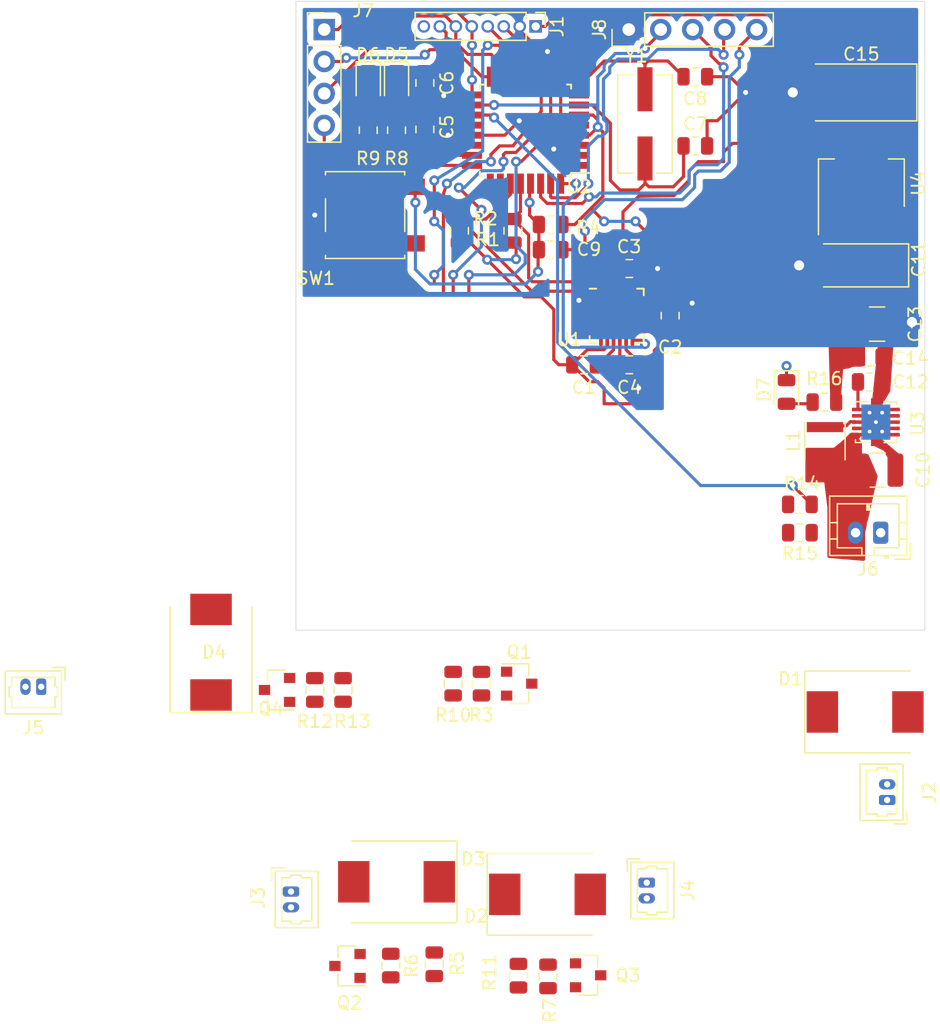
<source format=kicad_pcb>
(kicad_pcb (version 20171130) (host pcbnew "(5.1.5-0-10_14)")
  (layers (0 F.Cu signal) (31 B.Cu signal) (34 B.Paste user) (35 F.Paste user) (36 B.SilkS user) (37 F.SilkS user) (38 B.Mask user) (39 F.Mask user) (44 Edge.Cuts user))
  (net 0 "")
  (net 1 GND)
  (net 2 +3V3)
  (net 3 "Net-(C3-Pad2)")
  (net 4 "Net-(C4-Pad2)")
  (net 5 "Net-(C5-Pad1)")
  (net 6 +5V)
  (net 7 "Net-(C7-Pad2)")
  (net 8 "Net-(C8-Pad2)")
  (net 9 /MCU/DTR)
  (net 10 /MCU/RESET)
  (net 11 +3V8)
  (net 12 "Net-(C12-Pad1)")
  (net 13 "Net-(D1-Pad2)")
  (net 14 "Net-(D2-Pad2)")
  (net 15 "Net-(D3-Pad2)")
  (net 16 "Net-(D4-Pad2)")
  (net 17 "Net-(D5-Pad2)")
  (net 18 "Net-(D6-Pad2)")
  (net 19 "Net-(D7-Pad2)")
  (net 20 /RF_CE)
  (net 21 /RF_CSN)
  (net 22 /SPI_SCK)
  (net 23 /SPI_MOSI)
  (net 24 /SPI_MISO)
  (net 25 "Net-(J1-Pad8)")
  (net 26 /MCU/RXI)
  (net 27 /MCU/TXO)
  (net 28 "Net-(L1-Pad2)")
  (net 29 "Net-(Q1-Pad1)")
  (net 30 "Net-(Q2-Pad1)")
  (net 31 "Net-(Q3-Pad1)")
  (net 32 "Net-(Q4-Pad1)")
  (net 33 /SCL)
  (net 34 /SDA)
  (net 35 /PWM_1)
  (net 36 /PWM_3)
  (net 37 /MCU/FCS_LED_0)
  (net 38 /MCU/FCS_LED_1)
  (net 39 /PWM_0)
  (net 40 /PWM_2)
  (net 41 /BAT_VAL)
  (net 42 "Net-(U1-Pad6)")
  (net 43 "Net-(U1-Pad7)")
  (net 44 /INT)
  (net 45 /MCU/PWM_4)
  (net 46 "Net-(U2-Pad2)")
  (net 47 "Net-(U2-Pad22)")
  (net 48 "Net-(U2-Pad25)")
  (net 49 "Net-(U2-Pad26)")
  (module Package_QFP:TQFP-32_7x7mm_P0.8mm (layer F.Cu) (at 157.75 90.75 180)
    (fp_text reference U2 (at -4.25 -4.5) (layer F.SilkS))
    (fp_text value ATmega328P-AU)
    (pad 1 smd rect (at -4.25 -2.8 180) (size 1.6 0.55) (layers F.Cu F.Paste F.Mask) (net 45 /MCU/PWM_4))
    (pad 2 smd rect (at -4.25 -2 180) (size 1.6 0.55) (layers F.Cu F.Paste F.Mask) (net 46 "Net-(U2-Pad2)"))
    (pad 3 smd rect (at -4.25 -1.2 180) (size 1.6 0.55) (layers F.Cu F.Paste F.Mask) (net 1 GND))
    (pad 4 smd rect (at -4.25 -0.4 180) (size 1.6 0.55) (layers F.Cu F.Paste F.Mask) (net 6 +5V))
    (pad 5 smd rect (at -4.25 0.4 180) (size 1.6 0.55) (layers F.Cu F.Paste F.Mask) (net 1 GND))
    (pad 6 smd rect (at -4.25 1.2 180) (size 1.6 0.55) (layers F.Cu F.Paste F.Mask) (net 6 +5V))
    (pad 7 smd rect (at -4.25 2 180) (size 1.6 0.55) (layers F.Cu F.Paste F.Mask) (net 7 "Net-(C7-Pad2)"))
    (pad 8 smd rect (at -4.25 2.8 180) (size 1.6 0.55) (layers F.Cu F.Paste F.Mask) (net 8 "Net-(C8-Pad2)"))
    (pad 9 smd rect (at -2.8 4.25 270) (size 1.6 0.55) (layers F.Cu F.Paste F.Mask) (net 39 /PWM_0))
    (pad 10 smd rect (at -2 4.25 270) (size 1.6 0.55) (layers F.Cu F.Paste F.Mask) (net 35 /PWM_1))
    (pad 11 smd rect (at -1.2 4.25 270) (size 1.6 0.55) (layers F.Cu F.Paste F.Mask) (net 20 /RF_CE))
    (pad 12 smd rect (at -0.4 4.25 270) (size 1.6 0.55) (layers F.Cu F.Paste F.Mask) (net 21 /RF_CSN))
    (pad 13 smd rect (at 0.4 4.25 270) (size 1.6 0.55) (layers F.Cu F.Paste F.Mask) (net 36 /PWM_3))
    (pad 14 smd rect (at 1.2 4.25 270) (size 1.6 0.55) (layers F.Cu F.Paste F.Mask) (net 40 /PWM_2))
    (pad 15 smd rect (at 2 4.25 270) (size 1.6 0.55) (layers F.Cu F.Paste F.Mask) (net 23 /SPI_MOSI))
    (pad 16 smd rect (at 2.8 4.25 270) (size 1.6 0.55) (layers F.Cu F.Paste F.Mask) (net 24 /SPI_MISO))
    (pad 17 smd rect (at 4.25 2.8 180) (size 1.6 0.55) (layers F.Cu F.Paste F.Mask) (net 22 /SPI_SCK))
    (pad 18 smd rect (at 4.25 2 180) (size 1.6 0.55) (layers F.Cu F.Paste F.Mask) (net 6 +5V))
    (pad 19 smd rect (at 4.25 1.2 180) (size 1.6 0.55) (layers F.Cu F.Paste F.Mask) (net 41 /BAT_VAL))
    (pad 20 smd rect (at 4.25 0.4 180) (size 1.6 0.55) (layers F.Cu F.Paste F.Mask) (net 5 "Net-(C5-Pad1)"))
    (pad 21 smd rect (at 4.25 -0.4 180) (size 1.6 0.55) (layers F.Cu F.Paste F.Mask) (net 1 GND))
    (pad 22 smd rect (at 4.25 -1.2 180) (size 1.6 0.55) (layers F.Cu F.Paste F.Mask) (net 47 "Net-(U2-Pad22)"))
    (pad 23 smd rect (at 4.25 -2 180) (size 1.6 0.55) (layers F.Cu F.Paste F.Mask) (net 37 /MCU/FCS_LED_0))
    (pad 24 smd rect (at 4.25 -2.8 180) (size 1.6 0.55) (layers F.Cu F.Paste F.Mask) (net 38 /MCU/FCS_LED_1))
    (pad 25 smd rect (at 2.8 -4.25 270) (size 1.6 0.55) (layers F.Cu F.Paste F.Mask) (net 48 "Net-(U2-Pad25)"))
    (pad 26 smd rect (at 2 -4.25 270) (size 1.6 0.55) (layers F.Cu F.Paste F.Mask) (net 49 "Net-(U2-Pad26)"))
    (pad 27 smd rect (at 1.2 -4.25 270) (size 1.6 0.55) (layers F.Cu F.Paste F.Mask) (net 34 /SDA))
    (pad 28 smd rect (at 0.4 -4.25 270) (size 1.6 0.55) (layers F.Cu F.Paste F.Mask) (net 33 /SCL))
    (pad 29 smd rect (at -0.4 -4.25 270) (size 1.6 0.55) (layers F.Cu F.Paste F.Mask) (net 10 /MCU/RESET))
    (pad 30 smd rect (at -1.2 -4.25 270) (size 1.6 0.55) (layers F.Cu F.Paste F.Mask) (net 26 /MCU/RXI))
    (pad 31 smd rect (at -2 -4.25 270) (size 1.6 0.55) (layers F.Cu F.Paste F.Mask) (net 27 /MCU/TXO))
    (pad 32 smd rect (at -2.8 -4.25 270) (size 1.6 0.55) (layers F.Cu F.Paste F.Mask) (net 44 /INT))
  )
  (module Capacitor_SMD:C_0805_2012Metric (layer F.Cu) (at 162.4 109.4)
    (fp_text reference C1 (at 0 1.8) (layer F.SilkS))
    (fp_text value "10 nF")
    (pad 2 smd roundrect (at 0.9375 0) (size 0.975 1.4) (layers F.Cu F.Paste F.Mask) (net 1 GND))
    (pad 1 smd roundrect (at -0.9375 0) (size 0.975 1.4) (layers F.Cu F.Paste F.Mask) (net 2 +3V3))
  )
  (module Capacitor_SMD:C_0805_2012Metric (layer F.Cu) (at 169.25 105.5 270)
    (fp_text reference C2 (at 2.5 0 180) (layer F.SilkS))
    (fp_text value "0.1 uF")
    (pad 1 smd roundrect (at -0.9375 0 270) (size 0.975 1.4) (layers F.Cu F.Paste F.Mask) (net 1 GND))
    (pad 2 smd roundrect (at 0.9375 0 270) (size 0.975 1.4) (layers F.Cu F.Paste F.Mask) (net 2 +3V3))
  )
  (module Capacitor_SMD:C_0805_2012Metric (layer F.Cu) (at 166 101.75 180)
    (fp_text reference C3 (at 0.01246 1.73736) (layer F.SilkS))
    (fp_text value "2.2 nF")
    (pad 2 smd roundrect (at 0.9375 0 180) (size 0.975 1.4) (layers F.Cu F.Paste F.Mask) (net 3 "Net-(C3-Pad2)"))
    (pad 1 smd roundrect (at -0.9375 0 180) (size 0.975 1.4) (layers F.Cu F.Paste F.Mask) (net 1 GND))
  )
  (module Capacitor_SMD:C_0805_2012Metric (layer F.Cu) (at 166 109.4 180)
    (fp_text reference C4 (at 0 -1.8) (layer F.SilkS))
    (fp_text value "0.1 uF")
    (pad 1 smd roundrect (at -0.9375 0 180) (size 0.975 1.4) (layers F.Cu F.Paste F.Mask) (net 1 GND))
    (pad 2 smd roundrect (at 0.9375 0 180) (size 0.975 1.4) (layers F.Cu F.Paste F.Mask) (net 4 "Net-(C4-Pad2)"))
  )
  (module Capacitor_SMD:C_0805_2012Metric (layer F.Cu) (at 149.75 90.6875 270)
    (fp_text reference C5 (at -0.1875 -1.75 90) (layer F.SilkS))
    (fp_text value "0.1 uF")
    (pad 1 smd roundrect (at -0.9375 0 270) (size 0.975 1.4) (layers F.Cu F.Paste F.Mask) (net 5 "Net-(C5-Pad1)"))
    (pad 2 smd roundrect (at 0.9375 0 270) (size 0.975 1.4) (layers F.Cu F.Paste F.Mask) (net 1 GND))
  )
  (module Capacitor_SMD:C_0805_2012Metric (layer F.Cu) (at 149.75 87 270)
    (fp_text reference C6 (at 0 -1.75 90) (layer F.SilkS))
    (fp_text value "0.1 uF")
    (pad 1 smd roundrect (at -0.9375 0 270) (size 0.975 1.4) (layers F.Cu F.Paste F.Mask) (net 6 +5V))
    (pad 2 smd roundrect (at 0.9375 0 270) (size 0.975 1.4) (layers F.Cu F.Paste F.Mask) (net 1 GND))
  )
  (module Capacitor_SMD:C_0805_2012Metric (layer F.Cu) (at 171.25 92 180)
    (fp_text reference C7 (at 0 1.75) (layer F.SilkS))
    (fp_text value "22 pF")
    (pad 1 smd roundrect (at -0.9375 0 180) (size 0.975 1.4) (layers F.Cu F.Paste F.Mask) (net 1 GND))
    (pad 2 smd roundrect (at 0.9375 0 180) (size 0.975 1.4) (layers F.Cu F.Paste F.Mask) (net 7 "Net-(C7-Pad2)"))
  )
  (module Capacitor_SMD:C_0805_2012Metric (layer F.Cu) (at 171.25 86.5 180)
    (fp_text reference C8 (at 0 -1.75) (layer F.SilkS))
    (fp_text value "22 pF")
    (pad 1 smd roundrect (at -0.9375 0 180) (size 0.975 1.4) (layers F.Cu F.Paste F.Mask) (net 1 GND))
    (pad 2 smd roundrect (at 0.9375 0 180) (size 0.975 1.4) (layers F.Cu F.Paste F.Mask) (net 8 "Net-(C8-Pad2)"))
  )
  (module Capacitor_SMD:C_0805_2012Metric (layer F.Cu) (at 159.75 100.25)
    (fp_text reference C9 (at 3.05 -0.025) (layer F.SilkS))
    (fp_text value "0.1 uF")
    (pad 1 smd roundrect (at -0.9375 0) (size 0.975 1.4) (layers F.Cu F.Paste F.Mask) (net 10 /MCU/RESET))
    (pad 2 smd roundrect (at 0.9375 0) (size 0.975 1.4) (layers F.Cu F.Paste F.Mask) (net 9 /MCU/DTR))
  )
  (module Capacitor_SMD:C_1210_3225Metric (layer F.Cu) (at 185.75348 117.77352)
    (fp_text reference C10 (at 3.6038 -0.01016 270) (layer F.SilkS))
    (fp_text value "10 uF")
    (pad 2 smd roundrect (at 1.4 0) (size 1.25 2.65) (layers F.Cu F.Paste F.Mask) (roundrect_rratio 0.2) (net 1 GND))
    (pad 1 smd roundrect (at -1.4 0) (size 1.25 2.65) (layers F.Cu F.Paste F.Mask) (roundrect_rratio 0.2) (net 11 +3V8))
  )
  (module Capacitor_Tantalum_SMD:CP_EIA-6032-28_Kemet-C (layer F.Cu) (at 184.45 101.5 180)
    (fp_text reference C11 (at -4.55 0.5 90) (layer F.SilkS))
    (fp_text value "10 uF")
    (pad 2 smd roundrect (at 2.4625 0 180) (size 2.075 2.35) (layers F.Cu F.Paste F.Mask) (roundrect_rratio 0.120482) (net 1 GND))
    (pad 1 smd roundrect (at -2.4625 0 180) (size 2.075 2.35) (layers F.Cu F.Paste F.Mask) (roundrect_rratio 0.120482) (net 6 +5V))
  )
  (module Capacitor_SMD:C_0805_2012Metric (layer F.Cu) (at 185.11548 110.76312)
    (fp_text reference C12 (at 3.2512 0) (layer F.SilkS))
    (fp_text value "0.1 uF")
    (pad 1 smd roundrect (at -0.9375 0) (size 0.975 1.4) (layers F.Cu F.Paste F.Mask) (net 12 "Net-(C12-Pad1)"))
    (pad 2 smd roundrect (at 0.9375 0) (size 0.975 1.4) (layers F.Cu F.Paste F.Mask) (net 1 GND))
  )
  (module Capacitor_SMD:C_1210_3225Metric (layer F.Cu) (at 185.70268 106.16572)
    (fp_text reference C13 (at 3.0196 0.0127 270) (layer F.SilkS))
    (fp_text value "22 uF")
    (pad 1 smd roundrect (at -1.4 0) (size 1.25 2.65) (layers F.Cu F.Paste F.Mask) (roundrect_rratio 0.2) (net 6 +5V))
    (pad 2 smd roundrect (at 1.4 0) (size 1.25 2.65) (layers F.Cu F.Paste F.Mask) (roundrect_rratio 0.2) (net 1 GND))
  )
  (module Capacitor_SMD:C_0805_2012Metric (layer F.Cu) (at 185.11548 108.78192)
    (fp_text reference C14 (at 3.2512 0.1016) (layer F.SilkS))
    (fp_text value "0.1 uF")
    (pad 2 smd roundrect (at 0.9375 0) (size 0.975 1.4) (layers F.Cu F.Paste F.Mask) (net 1 GND))
    (pad 1 smd roundrect (at -0.9375 0) (size 0.975 1.4) (layers F.Cu F.Paste F.Mask) (net 6 +5V))
  )
  (module Capacitor_Tantalum_SMD:CP_EIA-7343-31_Kemet-D (layer F.Cu) (at 184.45 87.75 180)
    (fp_text reference C15 (at 0 3.04292) (layer F.SilkS))
    (fp_text value "22 uF")
    (pad 2 smd roundrect (at 3.1125 0 180) (size 2.075 2.55) (layers F.Cu F.Paste F.Mask) (roundrect_rratio 0.120482) (net 1 GND))
    (pad 1 smd roundrect (at -3.1125 0 180) (size 2.075 2.55) (layers F.Cu F.Paste F.Mask) (roundrect_rratio 0.120482) (net 2 +3V3))
  )
  (module Diode_SMD:D_SMC (layer F.Cu) (at 184.75 137)
    (fp_text reference D1 (at -5.941001 -2.631001) (layer F.SilkS))
    (fp_text value D_Schottky)
    (pad 1 smd rect (at -3.4 0 90) (size 3.3 2.5) (layers F.Cu F.Paste F.Mask) (net 11 +3V8))
    (pad 2 smd rect (at 3.4 0 90) (size 3.3 2.5) (layers F.Cu F.Paste F.Mask) (net 13 "Net-(D1-Pad2)"))
  )
  (module Diode_SMD:D_SMC (layer F.Cu) (at 147.5 150.5 180)
    (fp_text reference D2 (at -6.318501 -2.729001) (layer F.SilkS))
    (fp_text value D_Schottky)
    (pad 2 smd rect (at 3.4 0 270) (size 3.3 2.5) (layers F.Cu F.Paste F.Mask) (net 14 "Net-(D2-Pad2)"))
    (pad 1 smd rect (at -3.4 0 270) (size 3.3 2.5) (layers F.Cu F.Paste F.Mask) (net 11 +3V8))
  )
  (module Diode_SMD:D_SMC (layer F.Cu) (at 159.5 151.5)
    (fp_text reference D3 (at -5.885501 -2.821501) (layer F.SilkS))
    (fp_text value D_Schottky)
    (pad 1 smd rect (at -3.4 0 90) (size 3.3 2.5) (layers F.Cu F.Paste F.Mask) (net 11 +3V8))
    (pad 2 smd rect (at 3.4 0 90) (size 3.3 2.5) (layers F.Cu F.Paste F.Mask) (net 15 "Net-(D3-Pad2)"))
  )
  (module Diode_SMD:D_SMC (layer F.Cu) (at 132.75 132.25 90)
    (fp_text reference D4 (at 0 0.25 180) (layer F.SilkS))
    (fp_text value D_Schottky)
    (pad 1 smd rect (at -3.4 0 180) (size 3.3 2.5) (layers F.Cu F.Paste F.Mask) (net 11 +3V8))
    (pad 2 smd rect (at 3.4 0 180) (size 3.3 2.5) (layers F.Cu F.Paste F.Mask) (net 16 "Net-(D4-Pad2)"))
  )
  (module LED_SMD:LED_0805_2012Metric (layer F.Cu) (at 147.5 87 270)
    (fp_text reference D5 (at -2.25 0 180) (layer F.SilkS))
    (fp_text value LED_G)
    (pad 1 smd roundrect (at -0.9375 0 270) (size 0.975 1.4) (layers F.Cu F.Paste F.Mask) (net 1 GND))
    (pad 2 smd roundrect (at 0.9375 0 270) (size 0.975 1.4) (layers F.Cu F.Paste F.Mask) (net 17 "Net-(D5-Pad2)"))
  )
  (module LED_SMD:LED_0805_2012Metric (layer F.Cu) (at 145.25 87 270)
    (fp_text reference D6 (at -2.25 0 180) (layer F.SilkS))
    (fp_text value LED_R)
    (pad 2 smd roundrect (at 0.9375 0 270) (size 0.975 1.4) (layers F.Cu F.Paste F.Mask) (net 18 "Net-(D6-Pad2)"))
    (pad 1 smd roundrect (at -0.9375 0 270) (size 0.975 1.4) (layers F.Cu F.Paste F.Mask) (net 1 GND))
  )
  (module LED_SMD:LED_0805_2012Metric (layer F.Cu) (at 178.5 111.5625 270)
    (fp_text reference D7 (at -0.16256 1.78308 270) (layer F.SilkS))
    (fp_text value LED_R)
    (pad 2 smd roundrect (at 0.9375 0 270) (size 0.975 1.4) (layers F.Cu F.Paste F.Mask) (net 19 "Net-(D7-Pad2)"))
    (pad 1 smd roundrect (at -0.9375 0 270) (size 0.975 1.4) (layers F.Cu F.Paste F.Mask) (net 1 GND))
  )
  (module Connector_PinHeader_1.27mm:PinHeader_1x08_P1.27mm_Vertical (layer F.Cu) (at 158.56 82.5 270)
    (fp_text reference J1 (at 0 -1.695 90) (layer F.SilkS))
    (fp_text value nRF24_Breakout)
    (pad 1 thru_hole rect (at 0 0 270) (size 1 1) (drill 0.65) (layers *.Cu *.Mask) (net 2 +3V3))
    (pad 2 thru_hole oval (at 0 1.27 270) (size 1 1) (drill 0.65) (layers *.Cu *.Mask) (net 1 GND))
    (pad 3 thru_hole oval (at 0 2.54 270) (size 1 1) (drill 0.65) (layers *.Cu *.Mask) (net 20 /RF_CE))
    (pad 4 thru_hole oval (at 0 3.81 270) (size 1 1) (drill 0.65) (layers *.Cu *.Mask) (net 21 /RF_CSN))
    (pad 5 thru_hole oval (at 0 5.08 270) (size 1 1) (drill 0.65) (layers *.Cu *.Mask) (net 22 /SPI_SCK))
    (pad 6 thru_hole oval (at 0 6.35 270) (size 1 1) (drill 0.65) (layers *.Cu *.Mask) (net 23 /SPI_MOSI))
    (pad 7 thru_hole oval (at 0 7.62 270) (size 1 1) (drill 0.65) (layers *.Cu *.Mask) (net 24 /SPI_MISO))
    (pad 8 thru_hole oval (at 0 8.89 270) (size 1 1) (drill 0.65) (layers *.Cu *.Mask) (net 25 "Net-(J1-Pad8)"))
  )
  (module Connector_Molex:Molex_PicoBlade_53047-0210_1x02_P1.25mm_Vertical (layer F.Cu) (at 186.5 144 90)
    (fp_text reference J2 (at 0.575 3.375 90) (layer F.SilkS))
    (fp_text value MOT)
    (pad 2 thru_hole oval (at 1.25 0 90) (size 0.8 1.3) (drill 0.5) (layers *.Cu *.Mask) (net 13 "Net-(D1-Pad2)"))
    (pad 1 thru_hole roundrect (at 0 0 90) (size 0.8 1.3) (drill 0.5) (layers *.Cu *.Mask) (net 11 +3V8))
  )
  (module Connector_Molex:Molex_PicoBlade_53047-0210_1x02_P1.25mm_Vertical (layer F.Cu) (at 139.11 151.28 270)
    (fp_text reference J3 (at 0.47 2.61 90) (layer F.SilkS))
    (fp_text value MOT)
    (pad 2 thru_hole oval (at 1.25 0 270) (size 0.8 1.3) (drill 0.5) (layers *.Cu *.Mask) (net 14 "Net-(D2-Pad2)"))
    (pad 1 thru_hole roundrect (at 0 0 270) (size 0.8 1.3) (drill 0.5) (layers *.Cu *.Mask) (net 11 +3V8))
  )
  (module Connector_Molex:Molex_PicoBlade_53047-0210_1x02_P1.25mm_Vertical (layer F.Cu) (at 167.39 150.57 270)
    (fp_text reference J4 (at 0.62 -3.25 90) (layer F.SilkS))
    (fp_text value MOT)
    (pad 1 thru_hole roundrect (at 0 0 270) (size 0.8 1.3) (drill 0.5) (layers *.Cu *.Mask) (net 11 +3V8))
    (pad 2 thru_hole oval (at 1.25 0 270) (size 0.8 1.3) (drill 0.5) (layers *.Cu *.Mask) (net 15 "Net-(D3-Pad2)"))
  )
  (module Connector_Molex:Molex_PicoBlade_53047-0210_1x02_P1.25mm_Vertical (layer F.Cu) (at 119.25 135 180)
    (fp_text reference J5 (at 0.62 -3.25) (layer F.SilkS))
    (fp_text value MOT)
    (pad 2 thru_hole oval (at 1.25 0 180) (size 0.8 1.3) (drill 0.5) (layers *.Cu *.Mask) (net 16 "Net-(D4-Pad2)"))
    (pad 1 thru_hole roundrect (at 0 0 180) (size 0.8 1.3) (drill 0.5) (layers *.Cu *.Mask) (net 11 +3V8))
  )
  (module Connector_JST:JST_PH_B2B-PH-K_1x02_P2.00mm_Vertical (layer F.Cu) (at 185.98924 122.75 180)
    (fp_text reference J6 (at 1 -2.9) (layer F.SilkS))
    (fp_text value Lipo_Bat_Con)
    (pad 1 thru_hole roundrect (at 0 0 180) (size 1.2 1.75) (drill 0.75) (layers *.Cu *.Mask) (roundrect_rratio 0.208333) (net 1 GND))
    (pad 2 thru_hole oval (at 2 0 180) (size 1.2 1.75) (drill 0.75) (layers *.Cu *.Mask) (net 11 +3V8))
  )
  (module Connector_PinHeader_2.54mm:PinHeader_1x04_P2.54mm_Vertical (layer F.Cu) (at 141.75 82.75)
    (fp_text reference J7 (at 3.1 -1.5) (layer F.SilkS))
    (fp_text value SPI_Conn_01x04)
    (pad 1 thru_hole rect (at 0 0) (size 1.7 1.7) (drill 1) (layers *.Cu *.Mask) (net 22 /SPI_SCK))
    (pad 2 thru_hole oval (at 0 2.54) (size 1.7 1.7) (drill 1) (layers *.Cu *.Mask) (net 24 /SPI_MISO))
    (pad 3 thru_hole oval (at 0 5.08) (size 1.7 1.7) (drill 1) (layers *.Cu *.Mask) (net 23 /SPI_MOSI))
    (pad 4 thru_hole oval (at 0 7.62) (size 1.7 1.7) (drill 1) (layers *.Cu *.Mask) (net 10 /MCU/RESET))
  )
  (module Connector_PinHeader_2.54mm:PinHeader_1x05_P2.54mm_Vertical (layer F.Cu) (at 165.96 82.75 90)
    (fp_text reference J8 (at 0 -2.33 90) (layer F.SilkS))
    (fp_text value FTDI_Conn_01x05)
    (pad 1 thru_hole rect (at 0 0 90) (size 1.7 1.7) (drill 1) (layers *.Cu *.Mask) (net 1 GND))
    (pad 2 thru_hole oval (at 0 2.54 90) (size 1.7 1.7) (drill 1) (layers *.Cu *.Mask) (net 6 +5V))
    (pad 3 thru_hole oval (at 0 5.08 90) (size 1.7 1.7) (drill 1) (layers *.Cu *.Mask) (net 26 /MCU/RXI))
    (pad 4 thru_hole oval (at 0 7.62 90) (size 1.7 1.7) (drill 1) (layers *.Cu *.Mask) (net 27 /MCU/TXO))
    (pad 5 thru_hole oval (at 0 10.16 90) (size 1.7 1.7) (drill 1) (layers *.Cu *.Mask) (net 9 /MCU/DTR))
  )
  (module Inductor_SMD:L_Taiyo-Yuden_NR-30xx (layer F.Cu) (at 181.55948 115.45432 90)
    (fp_text reference L1 (at 0 -2.5 90) (layer F.SilkS))
    (fp_text value "4.7 uH")
    (pad 1 smd rect (at -1.1 0 90) (size 0.8 2.9) (layers F.Cu F.Paste F.Mask) (net 11 +3V8))
    (pad 2 smd rect (at 1.1 0 90) (size 0.8 2.9) (layers F.Cu F.Paste F.Mask) (net 28 "Net-(L1-Pad2)"))
  )
  (module Package_TO_SOT_SMD:SOT-23 (layer F.Cu) (at 157.25 134.75)
    (fp_text reference Q1 (at 0 -2.5) (layer F.SilkS))
    (fp_text value Q_NMOS_GSD)
    (pad 3 smd rect (at 1 0) (size 0.9 0.8) (layers F.Cu F.Paste F.Mask) (net 13 "Net-(D1-Pad2)"))
    (pad 2 smd rect (at -1 0.95) (size 0.9 0.8) (layers F.Cu F.Paste F.Mask) (net 1 GND))
    (pad 1 smd rect (at -1 -0.95) (size 0.9 0.8) (layers F.Cu F.Paste F.Mask) (net 29 "Net-(Q1-Pad1)"))
  )
  (module Package_TO_SOT_SMD:SOT-23 (layer F.Cu) (at 143.6 157.19 180)
    (fp_text reference Q2 (at -0.16 -2.94) (layer F.SilkS))
    (fp_text value Q_NMOS_GSD)
    (pad 1 smd rect (at -1 -0.95 180) (size 0.9 0.8) (layers F.Cu F.Paste F.Mask) (net 30 "Net-(Q2-Pad1)"))
    (pad 2 smd rect (at -1 0.95 180) (size 0.9 0.8) (layers F.Cu F.Paste F.Mask) (net 1 GND))
    (pad 3 smd rect (at 1 0 180) (size 0.9 0.8) (layers F.Cu F.Paste F.Mask) (net 14 "Net-(D2-Pad2)"))
  )
  (module Package_TO_SOT_SMD:SOT-23 (layer F.Cu) (at 162.72888 157.93426)
    (fp_text reference Q3 (at 3.16112 0.01574) (layer F.SilkS))
    (fp_text value Q_NMOS_GSD)
    (pad 3 smd rect (at 1 0) (size 0.9 0.8) (layers F.Cu F.Paste F.Mask) (net 15 "Net-(D3-Pad2)"))
    (pad 2 smd rect (at -1 0.95) (size 0.9 0.8) (layers F.Cu F.Paste F.Mask) (net 1 GND))
    (pad 1 smd rect (at -1 -0.95) (size 0.9 0.8) (layers F.Cu F.Paste F.Mask) (net 31 "Net-(Q3-Pad1)"))
  )
  (module Package_TO_SOT_SMD:SOT-23 (layer F.Cu) (at 138 135.25 180)
    (fp_text reference Q4 (at 0.5 -1.5) (layer F.SilkS))
    (fp_text value Q_NMOS_GSD)
    (pad 3 smd rect (at 1 0 180) (size 0.9 0.8) (layers F.Cu F.Paste F.Mask) (net 16 "Net-(D4-Pad2)"))
    (pad 2 smd rect (at -1 0.95 180) (size 0.9 0.8) (layers F.Cu F.Paste F.Mask) (net 1 GND))
    (pad 1 smd rect (at -1 -0.95 180) (size 0.9 0.8) (layers F.Cu F.Paste F.Mask) (net 32 "Net-(Q4-Pad1)"))
  )
  (module Resistor_SMD:R_0805_2012Metric (layer F.Cu) (at 156.75 98.75 90)
    (fp_text reference R1 (at -0.7 -2 180) (layer F.SilkS))
    (fp_text value "4.7 K")
    (pad 2 smd roundrect (at 0.9375 0 90) (size 0.975 1.4) (layers F.Cu F.Paste F.Mask) (net 33 /SCL))
    (pad 1 smd roundrect (at -0.9375 0 90) (size 0.975 1.4) (layers F.Cu F.Paste F.Mask) (net 2 +3V3))
  )
  (module Resistor_SMD:R_0805_2012Metric (layer F.Cu) (at 152.5 98.75 90)
    (fp_text reference R2 (at 0.95 2.075 180) (layer F.SilkS))
    (fp_text value "4.7 K")
    (pad 2 smd roundrect (at 0.9375 0 90) (size 0.975 1.4) (layers F.Cu F.Paste F.Mask) (net 34 /SDA))
    (pad 1 smd roundrect (at -0.9375 0 90) (size 0.975 1.4) (layers F.Cu F.Paste F.Mask) (net 2 +3V3))
  )
  (module Resistor_SMD:R_0805_2012Metric (layer F.Cu) (at 154.25 134.75 90)
    (fp_text reference R3 (at -2.5 0 180) (layer F.SilkS))
    (fp_text value "10 K")
    (pad 2 smd roundrect (at 0.9375 0 90) (size 0.975 1.4) (layers F.Cu F.Paste F.Mask) (net 29 "Net-(Q1-Pad1)"))
    (pad 1 smd roundrect (at -0.9375 0 90) (size 0.975 1.4) (layers F.Cu F.Paste F.Mask) (net 1 GND))
  )
  (module Resistor_SMD:R_0805_2012Metric (layer F.Cu) (at 159.75 98.25 180)
    (fp_text reference R4 (at -3 -0.25) (layer F.SilkS))
    (fp_text value "10 K")
    (pad 2 smd roundrect (at 0.9375 0 180) (size 0.975 1.4) (layers F.Cu F.Paste F.Mask) (net 10 /MCU/RESET))
    (pad 1 smd roundrect (at -0.9375 0 180) (size 0.975 1.4) (layers F.Cu F.Paste F.Mask) (net 6 +5V))
  )
  (module Resistor_SMD:R_0805_2012Metric (layer F.Cu) (at 150.5 157.06 90)
    (fp_text reference R5 (at 0.07 1.83 90) (layer F.SilkS))
    (fp_text value 100)
    (pad 2 smd roundrect (at 0.9375 0 90) (size 0.975 1.4) (layers F.Cu F.Paste F.Mask) (net 35 /PWM_1))
    (pad 1 smd roundrect (at -0.9375 0 90) (size 0.975 1.4) (layers F.Cu F.Paste F.Mask) (net 30 "Net-(Q2-Pad1)"))
  )
  (module Resistor_SMD:R_0805_2012Metric (layer F.Cu) (at 147.04 157.16 270)
    (fp_text reference R6 (at 0 -1.65 90) (layer F.SilkS))
    (fp_text value "10 K")
    (pad 1 smd roundrect (at -0.9375 0 270) (size 0.975 1.4) (layers F.Cu F.Paste F.Mask) (net 1 GND))
    (pad 2 smd roundrect (at 0.9375 0 270) (size 0.975 1.4) (layers F.Cu F.Paste F.Mask) (net 30 "Net-(Q2-Pad1)"))
  )
  (module Resistor_SMD:R_0805_2012Metric (layer F.Cu) (at 159.54 158.02 90)
    (fp_text reference R7 (at -2.71 0.15 90) (layer F.SilkS))
    (fp_text value 100)
    (pad 2 smd roundrect (at 0.9375 0 90) (size 0.975 1.4) (layers F.Cu F.Paste F.Mask) (net 36 /PWM_3))
    (pad 1 smd roundrect (at -0.9375 0 90) (size 0.975 1.4) (layers F.Cu F.Paste F.Mask) (net 31 "Net-(Q3-Pad1)"))
  )
  (module Resistor_SMD:R_0805_2012Metric (layer F.Cu) (at 147.5 90.75 270)
    (fp_text reference R8 (at 2.25 0 180) (layer F.SilkS))
    (fp_text value 330)
    (pad 2 smd roundrect (at 0.9375 0 270) (size 0.975 1.4) (layers F.Cu F.Paste F.Mask) (net 37 /MCU/FCS_LED_0))
    (pad 1 smd roundrect (at -0.9375 0 270) (size 0.975 1.4) (layers F.Cu F.Paste F.Mask) (net 17 "Net-(D5-Pad2)"))
  )
  (module Resistor_SMD:R_0805_2012Metric (layer F.Cu) (at 145.25 90.75 270)
    (fp_text reference R9 (at 2.25 0 180) (layer F.SilkS))
    (fp_text value 330)
    (pad 1 smd roundrect (at -0.9375 0 270) (size 0.975 1.4) (layers F.Cu F.Paste F.Mask) (net 18 "Net-(D6-Pad2)"))
    (pad 2 smd roundrect (at 0.9375 0 270) (size 0.975 1.4) (layers F.Cu F.Paste F.Mask) (net 38 /MCU/FCS_LED_1))
  )
  (module Resistor_SMD:R_0805_2012Metric (layer F.Cu) (at 152 134.75 270)
    (fp_text reference R10 (at 2.5 0 180) (layer F.SilkS))
    (fp_text value 100)
    (pad 1 smd roundrect (at -0.9375 0 270) (size 0.975 1.4) (layers F.Cu F.Paste F.Mask) (net 29 "Net-(Q1-Pad1)"))
    (pad 2 smd roundrect (at 0.9375 0 270) (size 0.975 1.4) (layers F.Cu F.Paste F.Mask) (net 39 /PWM_0))
  )
  (module Resistor_SMD:R_0805_2012Metric (layer F.Cu) (at 157.19 157.9625 270)
    (fp_text reference R11 (at -0.25 2.29 90) (layer F.SilkS))
    (fp_text value "10 K")
    (pad 1 smd roundrect (at -0.9375 0 270) (size 0.975 1.4) (layers F.Cu F.Paste F.Mask) (net 1 GND))
    (pad 2 smd roundrect (at 0.9375 0 270) (size 0.975 1.4) (layers F.Cu F.Paste F.Mask) (net 31 "Net-(Q3-Pad1)"))
  )
  (module Resistor_SMD:R_0805_2012Metric (layer F.Cu) (at 141 135.25 90)
    (fp_text reference R12 (at -2.5 0 180) (layer F.SilkS))
    (fp_text value 100)
    (pad 1 smd roundrect (at -0.9375 0 90) (size 0.975 1.4) (layers F.Cu F.Paste F.Mask) (net 32 "Net-(Q4-Pad1)"))
    (pad 2 smd roundrect (at 0.9375 0 90) (size 0.975 1.4) (layers F.Cu F.Paste F.Mask) (net 40 /PWM_2))
  )
  (module Resistor_SMD:R_0805_2012Metric (layer F.Cu) (at 143.25 135.25 270)
    (fp_text reference R13 (at 2.5 -0.75 180) (layer F.SilkS))
    (fp_text value "10 K")
    (pad 2 smd roundrect (at 0.9375 0 270) (size 0.975 1.4) (layers F.Cu F.Paste F.Mask) (net 32 "Net-(Q4-Pad1)"))
    (pad 1 smd roundrect (at -0.9375 0 270) (size 0.975 1.4) (layers F.Cu F.Paste F.Mask) (net 1 GND))
  )
  (module Resistor_SMD:R_0805_2012Metric (layer F.Cu) (at 179.5625 120.5)
    (fp_text reference R14 (at 0.16486 -1.65608) (layer F.SilkS))
    (fp_text value "100 K")
    (pad 1 smd roundrect (at -0.9375 0) (size 0.975 1.4) (layers F.Cu F.Paste F.Mask) (net 1 GND))
    (pad 2 smd roundrect (at 0.9375 0) (size 0.975 1.4) (layers F.Cu F.Paste F.Mask) (net 41 /BAT_VAL))
  )
  (module Resistor_SMD:R_0805_2012Metric (layer F.Cu) (at 179.5625 122.75)
    (fp_text reference R15 (at 0.00738 1.651) (layer F.SilkS))
    (fp_text value "100 K")
    (pad 2 smd roundrect (at 0.9375 0) (size 0.975 1.4) (layers F.Cu F.Paste F.Mask) (net 11 +3V8))
    (pad 1 smd roundrect (at -0.9375 0) (size 0.975 1.4) (layers F.Cu F.Paste F.Mask) (net 41 /BAT_VAL))
  )
  (module Resistor_SMD:R_0805_2012Metric (layer F.Cu) (at 181.51146 112.3684)
    (fp_text reference R16 (at -0.01146 -1.8684 180) (layer F.SilkS))
    (fp_text value 330)
    (pad 2 smd roundrect (at 0.9375 0) (size 0.975 1.4) (layers F.Cu F.Paste F.Mask) (net 6 +5V))
    (pad 1 smd roundrect (at -0.9375 0) (size 0.975 1.4) (layers F.Cu F.Paste F.Mask) (net 19 "Net-(D7-Pad2)"))
  )
  (module Sensor_Motion:InvenSense_QFN-24_4x4mm_P0.5mm (layer F.Cu) (at 165 105.5)
    (fp_text reference U1 (at -3.775001 1.894999) (layer F.SilkS))
    (fp_text value MPU-6050)
    (pad 1 smd roundrect (at -1.95 -1.25) (size 0.85 0.3) (layers F.Cu F.Paste F.Mask) (net 1 GND))
    (pad 2 smd roundrect (at -1.95 -0.75) (size 0.85 0.3) (layers F.Cu F.Paste F.Mask))
    (pad 3 smd roundrect (at -1.95 -0.25) (size 0.85 0.3) (layers F.Cu F.Paste F.Mask))
    (pad 4 smd roundrect (at -1.95 0.25) (size 0.85 0.3) (layers F.Cu F.Paste F.Mask))
    (pad 5 smd roundrect (at -1.95 0.75) (size 0.85 0.3) (layers F.Cu F.Paste F.Mask))
    (pad 6 smd roundrect (at -1.95 1.25) (size 0.85 0.3) (layers F.Cu F.Paste F.Mask) (net 42 "Net-(U1-Pad6)"))
    (pad 7 smd roundrect (at -1.25 1.95 90) (size 0.85 0.3) (layers F.Cu F.Paste F.Mask) (net 43 "Net-(U1-Pad7)"))
    (pad 8 smd roundrect (at -0.75 1.95 90) (size 0.85 0.3) (layers F.Cu F.Paste F.Mask) (net 2 +3V3))
    (pad 9 smd roundrect (at -0.25 1.95 90) (size 0.85 0.3) (layers F.Cu F.Paste F.Mask) (net 1 GND))
    (pad 10 smd roundrect (at 0.25 1.95 90) (size 0.85 0.3) (layers F.Cu F.Paste F.Mask) (net 4 "Net-(C4-Pad2)"))
    (pad 11 smd roundrect (at 0.75 1.95 90) (size 0.85 0.3) (layers F.Cu F.Paste F.Mask) (net 1 GND))
    (pad 12 smd roundrect (at 1.25 1.95 90) (size 0.85 0.3) (layers F.Cu F.Paste F.Mask) (net 44 /INT))
    (pad 13 smd roundrect (at 1.95 1.25) (size 0.85 0.3) (layers F.Cu F.Paste F.Mask) (net 2 +3V3))
    (pad 14 smd roundrect (at 1.95 0.75) (size 0.85 0.3) (layers F.Cu F.Paste F.Mask))
    (pad 15 smd roundrect (at 1.95 0.25) (size 0.85 0.3) (layers F.Cu F.Paste F.Mask))
    (pad 16 smd roundrect (at 1.95 -0.25) (size 0.85 0.3) (layers F.Cu F.Paste F.Mask))
    (pad 17 smd roundrect (at 1.95 -0.75) (size 0.85 0.3) (layers F.Cu F.Paste F.Mask))
    (pad 18 smd roundrect (at 1.95 -1.25) (size 0.85 0.3) (layers F.Cu F.Paste F.Mask) (net 1 GND))
    (pad 19 smd roundrect (at 1.25 -1.95 90) (size 0.85 0.3) (layers F.Cu F.Paste F.Mask))
    (pad 20 smd roundrect (at 0.75 -1.95 90) (size 0.85 0.3) (layers F.Cu F.Paste F.Mask) (net 3 "Net-(C3-Pad2)"))
    (pad 21 smd roundrect (at 0.25 -1.95 90) (size 0.85 0.3) (layers F.Cu F.Paste F.Mask))
    (pad 22 smd roundrect (at -0.25 -1.95 90) (size 0.85 0.3) (layers F.Cu F.Paste F.Mask))
    (pad 23 smd roundrect (at -0.75 -1.95 90) (size 0.85 0.3) (layers F.Cu F.Paste F.Mask) (net 33 /SCL))
    (pad 24 smd roundrect (at -1.25 -1.95 90) (size 0.85 0.3) (layers F.Cu F.Paste F.Mask) (net 34 /SDA))
  )
  (module Package_SON:Texas_S-PVSON-N10_ThermalVias (layer F.Cu) (at 185.604881 113.959119)
    (fp_text reference U3 (at 3.310439 0.121241 270) (layer F.SilkS))
    (fp_text value TPS61202DRC)
    (pad 1 smd oval (at -1.475 -1) (size 0.85 0.28) (layers F.Cu F.Paste F.Mask) (net 12 "Net-(C12-Pad1)"))
    (pad 2 smd oval (at -1.475 -0.5) (size 0.85 0.28) (layers F.Cu F.Paste F.Mask) (net 6 +5V))
    (pad 3 smd rect (at -1.76 0) (size 0.28 0.28) (layers F.Cu F.Paste F.Mask) (net 28 "Net-(L1-Pad2)"))
    (pad 4 smd oval (at -1.475 0.5) (size 0.85 0.28) (layers F.Cu F.Paste F.Mask) (net 1 GND))
    (pad 5 smd rect (at -1.76 1) (size 0.28 0.28) (layers F.Cu F.Paste F.Mask) (net 11 +3V8))
    (pad 6 smd oval (at 1.475 1) (size 0.85 0.28) (layers F.Cu F.Paste F.Mask) (net 11 +3V8))
    (pad 7 smd oval (at 1.475 0.5) (size 0.85 0.28) (layers F.Cu F.Paste F.Mask) (net 11 +3V8))
    (pad 8 smd rect (at 1.76 0) (size 0.28 0.28) (layers F.Cu F.Paste F.Mask) (net 11 +3V8))
    (pad 9 smd rect (at 1.76 -0.5) (size 0.28 0.28) (layers F.Cu F.Paste F.Mask) (net 1 GND))
    (pad 10 smd rect (at 1.76 -1) (size 0.28 0.28) (layers F.Cu F.Paste F.Mask) (net 6 +5V))
    (pad 11 smd rect (at -0.45 -0.635) (size 0.68 1.05) (layers F.Cu F.Paste F.Mask) (net 1 GND))
    (pad 11 smd rect (at -0.25 -1.55) (size 0.28 0.7) (layers F.Cu F.Mask) (net 1 GND))
    (pad 11 smd rect (at -0.25 -1.63) (size 0.26 0.5) (layers F.Cu F.Paste F.Mask) (net 1 GND))
    (pad 11 smd rect (at 0.25 -1.55) (size 0.28 0.7) (layers F.Cu F.Mask) (net 1 GND))
    (pad 11 smd rect (at -0.25 1.55) (size 0.28 0.7) (layers F.Cu F.Mask) (net 1 GND))
    (pad 11 smd rect (at 0.25 1.55) (size 0.28 0.7) (layers F.Cu F.Mask) (net 1 GND))
    (pad 11 smd rect (at 0.25 -1.63) (size 0.26 0.5) (layers F.Cu F.Paste F.Mask) (net 1 GND))
    (pad 11 smd rect (at -0.25 1.63) (size 0.26 0.5) (layers F.Cu F.Paste F.Mask) (net 1 GND))
    (pad 11 smd rect (at 0.25 1.63) (size 0.26 0.5) (layers F.Cu F.Paste F.Mask) (net 1 GND))
    (pad 11 smd rect (at 0.45 -0.635) (size 0.68 1.05) (layers F.Cu F.Paste F.Mask) (net 1 GND))
    (pad 11 smd rect (at -0.45 0.635) (size 0.68 1.05) (layers F.Cu F.Paste F.Mask) (net 1 GND))
    (pad 11 smd rect (at 0.45 0.635) (size 0.68 1.05) (layers F.Cu F.Paste F.Mask) (net 1 GND))
    (pad 11 smd rect (at 0 0) (size 1.65 2.4) (layers F.Cu F.Mask) (net 1 GND))
    (pad 1 smd rect (at -1.76 -1) (size 0.28 0.28) (layers F.Cu F.Paste F.Mask) (net 12 "Net-(C12-Pad1)"))
    (pad 2 smd rect (at -1.76 -0.5) (size 0.28 0.28) (layers F.Cu F.Paste F.Mask) (net 6 +5V))
    (pad 3 smd oval (at -1.475 0) (size 0.85 0.28) (layers F.Cu F.Paste F.Mask) (net 28 "Net-(L1-Pad2)"))
    (pad 4 smd rect (at -1.76 0.5) (size 0.28 0.28) (layers F.Cu F.Paste F.Mask) (net 1 GND))
    (pad 5 smd oval (at -1.475 1) (size 0.85 0.28) (layers F.Cu F.Paste F.Mask) (net 11 +3V8))
    (pad 6 smd rect (at 1.76 1) (size 0.28 0.28) (layers F.Cu F.Paste F.Mask) (net 11 +3V8))
    (pad 7 smd rect (at 1.76 0.5) (size 0.28 0.28) (layers F.Cu F.Paste F.Mask) (net 11 +3V8))
    (pad 8 smd oval (at 1.475 0) (size 0.85 0.28) (layers F.Cu F.Paste F.Mask) (net 11 +3V8))
    (pad 9 smd oval (at 1.475 -0.5) (size 0.85 0.28) (layers F.Cu F.Paste F.Mask) (net 1 GND))
    (pad 10 smd oval (at 1.475 -1) (size 0.85 0.28) (layers F.Cu F.Paste F.Mask) (net 6 +5V))
    (pad 11 thru_hole circle (at 0.5 0.75) (size 0.6 0.6) (drill 0.3) (layers *.Cu *.Mask) (net 1 GND))
    (pad 11 thru_hole circle (at 0 0) (size 0.6 0.6) (drill 0.3) (layers *.Cu *.Mask) (net 1 GND))
    (pad 11 thru_hole circle (at 0.5 -0.75) (size 0.6 0.6) (drill 0.3) (layers *.Cu *.Mask) (net 1 GND))
    (pad 11 thru_hole circle (at -0.5 -0.75) (size 0.6 0.6) (drill 0.3) (layers *.Cu *.Mask) (net 1 GND))
    (pad 11 thru_hole circle (at -0.5 0.75) (size 0.6 0.6) (drill 0.3) (layers *.Cu *.Mask) (net 1 GND))
    (pad 11 smd rect (at 0 0) (size 2.3 2.8) (layers B.Cu) (net 1 GND))
  )
  (module Package_TO_SOT_SMD:SOT-223-3_TabPin2 (layer F.Cu) (at 184.45 94.95 90)
    (fp_text reference U4 (at -0.027041 4.528399 90) (layer F.SilkS))
    (fp_text value LM1117-3.3)
    (pad 1 smd rect (at -3.15 -2.3 90) (size 2 1.5) (layers F.Cu F.Paste F.Mask) (net 1 GND))
    (pad 3 smd rect (at -3.15 2.3 90) (size 2 1.5) (layers F.Cu F.Paste F.Mask) (net 6 +5V))
    (pad 2 smd rect (at -3.15 0 90) (size 2 1.5) (layers F.Cu F.Paste F.Mask) (net 2 +3V3))
    (pad 2 smd rect (at 3.15 0 90) (size 2 3.8) (layers F.Cu F.Paste F.Mask) (net 2 +3V3))
  )
  (module Crystal:Crystal_SMD_ECS_CSM3X-2Pin_7.6x4.1mm (layer F.Cu) (at 167.25 90.25 90)
    (fp_text reference Y1 (at 5.4 -0.7 180) (layer F.SilkS))
    (fp_text value "16 MHz")
    (pad 1 smd rect (at -2.75 0 90) (size 3.5 1.2) (layers F.Cu F.Paste F.Mask) (net 7 "Net-(C7-Pad2)"))
    (pad 2 smd rect (at 2.75 0 90) (size 3.5 1.2) (layers F.Cu F.Paste F.Mask) (net 8 "Net-(C8-Pad2)"))
  )
  (module Button_Switch_SMD:SW_SPST_B3S-1000 (layer F.Cu) (at 145 97.5)
    (fp_text reference SW1 (at -3.9116 5.0292) (layer F.SilkS))
    (fp_text value MCU_RESET_SW)
    (pad 1 smd rect (at -3.975 -2.25) (size 1.55 1.3) (layers F.Cu F.Paste F.Mask) (net 10 /MCU/RESET))
    (pad 1 smd rect (at 3.975 -2.25) (size 1.55 1.3) (layers F.Cu F.Paste F.Mask) (net 10 /MCU/RESET))
    (pad 2 smd rect (at -3.975 2.25) (size 1.55 1.3) (layers F.Cu F.Paste F.Mask) (net 1 GND))
    (pad 2 smd rect (at 3.975 2.25) (size 1.55 1.3) (layers F.Cu F.Paste F.Mask) (net 1 GND))
  )
  (gr_line (start 189.5 80.5) (end 189.5 130.5) (layer Edge.Cuts) (width 0.05))
  (gr_line (start 139.5 80.5) (end 189.5 80.5) (layer Edge.Cuts) (width 0.05))
  (gr_line (start 189.5 130.5) (end 139.5 130.5) (layer Edge.Cuts) (width 0.05))
  (gr_line (start 139.5 130.5) (end 139.5 80.5) (layer Edge.Cuts) (width 0.05))
  (segment (start 169.25 104.5625) (end 168.764473 104.076973) (width 0.25) (layer F.Cu) (net 1))
  (segment (start 167.123027 104.076973) (end 167.1 104.1) (width 0.25) (layer F.Cu) (net 1))
  (segment (start 167.1 104.1) (end 166.95 104.25) (width 0.25) (layer F.Cu) (net 1))
  (segment (start 168.764473 104.076973) (end 167.123027 104.076973) (width 0.25) (layer F.Cu) (net 1))
  (segment (start 162 90.35) (end 160.95 90.35) (width 0.25) (layer F.Cu) (net 1))
  (segment (start 160.95 90.35) (end 160.5 90.8) (width 0.25) (layer F.Cu) (net 1))
  (segment (start 166.9375 101.75) (end 168.25 101.75) (width 0.25) (layer F.Cu) (net 1))
  (via (at 168.25 101.75) (size 0.8) (drill 0.4) (layers F.Cu B.Cu) (net 1))
  (segment (start 163.55815 109.4) (end 164.75 108.20815) (width 0.25) (layer F.Cu) (net 1))
  (segment (start 162 91.95) (end 161.2 91.95) (width 0.25) (layer F.Cu) (net 1))
  (segment (start 169.25 104.5625) (end 170.9375 104.5625) (width 0.25) (layer F.Cu) (net 1))
  (segment (start 164.75 108.20815) (end 164.75 107.875) (width 0.25) (layer F.Cu) (net 1))
  (segment (start 163.3375 109.4) (end 163.55815 109.4) (width 0.25) (layer F.Cu) (net 1))
  (segment (start 164.75 107.875) (end 164.75 107.45) (width 0.25) (layer F.Cu) (net 1))
  (via (at 171 104.5) (size 0.8) (drill 0.4) (layers F.Cu B.Cu) (net 1))
  (segment (start 170.9375 104.5625) (end 171 104.5) (width 0.25) (layer F.Cu) (net 1))
  (via (at 151.25 88) (size 0.8) (drill 0.4) (layers F.Cu B.Cu) (net 1))
  (via (at 151.6 91.15) (size 0.8) (drill 0.4) (layers F.Cu B.Cu) (net 1))
  (segment (start 149.75 87.9375) (end 151.1875 87.9375) (width 0.25) (layer F.Cu) (net 1))
  (segment (start 151.1875 87.9375) (end 151.25 88) (width 0.25) (layer F.Cu) (net 1))
  (segment (start 185.104881 114.459119) (end 184.129881 114.459119) (width 0.25) (layer F.Cu) (net 1))
  (segment (start 151.6 91.15) (end 152.45 91.15) (width 0.25) (layer F.Cu) (net 1))
  (segment (start 185.604881 113.959119) (end 185.104881 114.459119) (width 0.25) (layer F.Cu) (net 1))
  (segment (start 141.025 99.75) (end 148.975 99.75) (width 0.25) (layer F.Cu) (net 1))
  (segment (start 165.75 107.45) (end 165.75 108.2125) (width 0.25) (layer F.Cu) (net 1))
  (segment (start 165.75 108.2125) (end 166.9375 109.4) (width 0.25) (layer F.Cu) (net 1))
  (segment (start 166.9375 104.2375) (end 166.95 104.25) (width 0.25) (layer F.Cu) (net 1))
  (segment (start 166.9375 101.75) (end 166.9375 104.2375) (width 0.25) (layer F.Cu) (net 1))
  (segment (start 157.29 82.5) (end 157.29 82.744694) (width 0.25) (layer F.Cu) (net 1))
  (segment (start 164.36251 110.42501) (end 165.07499 110.42501) (width 0.25) (layer F.Cu) (net 1))
  (segment (start 165.96 82.75) (end 163.75 82.75) (width 0.25) (layer F.Cu) (net 1))
  (segment (start 147.5 86.0625) (end 149.375 87.9375) (width 0.25) (layer F.Cu) (net 1))
  (segment (start 149.375 87.9375) (end 149.75 87.9375) (width 0.25) (layer F.Cu) (net 1))
  (via (at 163.75 82.75) (size 0.8) (drill 0.4) (layers F.Cu B.Cu) (net 1))
  (segment (start 165.07499 110.42501) (end 165.91249 110.42501) (width 0.25) (layer F.Cu) (net 1))
  (segment (start 145.25 86.0625) (end 147.5 86.0625) (width 0.25) (layer F.Cu) (net 1))
  (segment (start 165.91249 110.42501) (end 166.451973 109.885527) (width 0.25) (layer F.Cu) (net 1))
  (segment (start 163.3375 109.4) (end 164.36251 110.42501) (width 0.25) (layer F.Cu) (net 1))
  (segment (start 150.45 91.625) (end 150.925 91.15) (width 0.25) (layer F.Cu) (net 1))
  (segment (start 152.45 91.15) (end 153.5 91.15) (width 0.25) (layer F.Cu) (net 1))
  (segment (start 166.451973 109.885527) (end 166.9375 109.4) (width 0.25) (layer F.Cu) (net 1))
  (segment (start 150.925 91.15) (end 151.6 91.15) (width 0.25) (layer F.Cu) (net 1))
  (segment (start 149.75 91.625) (end 150.45 91.625) (width 0.25) (layer F.Cu) (net 1))
  (segment (start 186.189881 113.459119) (end 186.054881 113.324119) (width 0.25) (layer F.Cu) (net 1))
  (segment (start 187.079881 113.459119) (end 186.189881 113.459119) (width 0.25) (layer F.Cu) (net 1))
  (segment (start 185.354881 113.124119) (end 185.154881 113.324119) (width 0.25) (layer F.Cu) (net 1))
  (segment (start 185.354881 112.409119) (end 185.354881 113.124119) (width 0.25) (layer F.Cu) (net 1))
  (segment (start 185.854881 112.959119) (end 186.104881 113.209119) (width 0.25) (layer F.Cu) (net 1))
  (segment (start 185.854881 112.409119) (end 185.854881 112.959119) (width 0.25) (layer F.Cu) (net 1))
  (segment (start 178.5 110.625) (end 178.5 110.1375) (width 0.25) (layer F.Cu) (net 1))
  (via (at 178.5 109.5) (size 0.8) (drill 0.4) (layers F.Cu B.Cu) (net 1))
  (segment (start 178.5 110.1375) (end 178.5 109.5) (width 0.25) (layer F.Cu) (net 1))
  (via (at 188.475 106) (size 1.6) (drill 0.8) (layers F.Cu B.Cu) (net 1))
  (segment (start 188.30928 106.16572) (end 188.475 106) (width 1) (layer F.Cu) (net 1))
  (segment (start 187.10268 106.16572) (end 188.30928 106.16572) (width 1) (layer F.Cu) (net 1))
  (via (at 179.5 101.5) (size 1.6) (drill 0.8) (layers F.Cu B.Cu) (net 1))
  (segment (start 181.9875 101.5) (end 179.5 101.5) (width 2) (layer F.Cu) (net 1))
  (segment (start 181.3375 87.75) (end 181.25 87.75) (width 2) (layer F.Cu) (net 1))
  (via (at 179 87.75) (size 1.6) (drill 0.8) (layers F.Cu B.Cu) (net 1))
  (segment (start 181.25 87.75) (end 179 87.75) (width 2) (layer F.Cu) (net 1))
  (segment (start 182.15 101.3375) (end 181.9875 101.5) (width 0.25) (layer F.Cu) (net 1))
  (via (at 162 104.275) (size 0.8) (drill 0.4) (layers F.Cu B.Cu) (net 1))
  (segment (start 163.025 104.275) (end 163.05 104.25) (width 0.25) (layer F.Cu) (net 1))
  (segment (start 162 104.275) (end 163.025 104.275) (width 0.25) (layer F.Cu) (net 1))
  (via (at 159.5 84.5) (size 0.8) (drill 0.4) (layers F.Cu B.Cu) (net 1))
  (segment (start 157.29 82.815002) (end 158.974998 84.5) (width 0.25) (layer F.Cu) (net 1))
  (segment (start 158.974998 84.5) (end 159.5 84.5) (width 0.25) (layer F.Cu) (net 1))
  (segment (start 157.29 82.5) (end 157.29 82.815002) (width 0.25) (layer F.Cu) (net 1))
  (segment (start 160.5 91.5) (end 160.5 90.8) (width 0.25) (layer F.Cu) (net 1))
  (segment (start 160.95 91.95) (end 160.5 91.5) (width 0.25) (layer F.Cu) (net 1))
  (segment (start 162 91.95) (end 160.95 91.95) (width 0.25) (layer F.Cu) (net 1))
  (via (at 160 92.25) (size 0.8) (drill 0.4) (layers F.Cu B.Cu) (net 1))
  (segment (start 160.5 91.75) (end 160 92.25) (width 0.25) (layer F.Cu) (net 1))
  (segment (start 160.5 91.5) (end 160.5 91.75) (width 0.25) (layer F.Cu) (net 1))
  (segment (start 172.1875 90) (end 172.1875 92) (width 0.25) (layer F.Cu) (net 1))
  (via (at 175.25 87.75) (size 0.8) (drill 0.4) (layers F.Cu B.Cu) (net 1))
  (segment (start 174 86.5) (end 175.25 87.75) (width 0.25) (layer F.Cu) (net 1))
  (segment (start 172.1875 86.5) (end 174 86.5) (width 0.25) (layer F.Cu) (net 1))
  (segment (start 173 90) (end 175.25 87.75) (width 0.25) (layer F.Cu) (net 1))
  (segment (start 172.1875 90) (end 173 90) (width 0.25) (layer F.Cu) (net 1))
  (segment (start 156.1 91.15) (end 157.25 90) (width 0.25) (layer F.Cu) (net 1))
  (via (at 157.25 90) (size 0.8) (drill 0.4) (layers F.Cu B.Cu) (net 1))
  (segment (start 153.5 91.15) (end 156.1 91.15) (width 0.25) (layer F.Cu) (net 1))
  (via (at 166.75 111.25) (size 0.8) (drill 0.4) (layers F.Cu B.Cu) (net 1))
  (segment (start 165.92501 110.42501) (end 166.75 111.25) (width 0.25) (layer F.Cu) (net 1))
  (segment (start 165.91249 110.42501) (end 165.92501 110.42501) (width 0.25) (layer F.Cu) (net 1))
  (via (at 141 97.5) (size 0.8) (drill 0.4) (layers F.Cu B.Cu) (net 1))
  (segment (start 141.025 97.525) (end 141 97.5) (width 0.25) (layer F.Cu) (net 1))
  (segment (start 141.025 99.75) (end 141.025 97.525) (width 0.25) (layer F.Cu) (net 1))
  (segment (start 154.706097 101.043903) (end 156.956097 101.043903) (width 0.25) (layer B.Cu) (net 2))
  (via (at 154.706097 101.043903) (size 0.8) (drill 0.4) (layers F.Cu B.Cu) (net 2))
  (segment (start 152.5 99.6875) (end 153.349694 99.6875) (width 0.25) (layer F.Cu) (net 2))
  (segment (start 156.956097 101.043903) (end 157 101) (width 0.25) (layer B.Cu) (net 2))
  (via (at 157 101) (size 0.8) (drill 0.4) (layers F.Cu B.Cu) (net 2))
  (segment (start 153.349694 99.6875) (end 154.706097 101.043903) (width 0.25) (layer F.Cu) (net 2))
  (segment (start 163.990692 108.20001) (end 164.25 107.940702) (width 0.25) (layer F.Cu) (net 2))
  (segment (start 157 101) (end 157 99.9375) (width 0.25) (layer F.Cu) (net 2))
  (segment (start 157 99.9375) (end 156.75 99.6875) (width 0.25) (layer F.Cu) (net 2))
  (segment (start 158.56 82.5) (end 159.31 82.5) (width 0.25) (layer F.Cu) (net 2))
  (segment (start 160.235001 81.574999) (end 182.662499 81.574999) (width 0.25) (layer F.Cu) (net 2))
  (segment (start 159.31 82.5) (end 160.235001 81.574999) (width 0.25) (layer F.Cu) (net 2))
  (segment (start 187.5625 86.475) (end 187.5625 87.75) (width 0.25) (layer F.Cu) (net 2))
  (segment (start 184.45 98.1) (end 184.45 91.8) (width 0.25) (layer F.Cu) (net 2))
  (segment (start 182.662499 81.574999) (end 187.5625 86.475) (width 0.25) (layer F.Cu) (net 2))
  (segment (start 187.5625 90.8375) (end 187.5625 89.025) (width 0.25) (layer F.Cu) (net 2))
  (segment (start 184.45 91.8) (end 186.6 91.8) (width 0.25) (layer F.Cu) (net 2))
  (segment (start 168.9375 106.75) (end 169.25 106.4375) (width 0.25) (layer F.Cu) (net 2))
  (segment (start 186.6 91.8) (end 187.5625 90.8375) (width 0.25) (layer F.Cu) (net 2))
  (segment (start 166.95 106.75) (end 168.9375 106.75) (width 0.25) (layer F.Cu) (net 2))
  (segment (start 162.66249 108.20001) (end 163.990692 108.20001) (width 0.25) (layer F.Cu) (net 2))
  (segment (start 164.25 107.875) (end 164.25 107.45) (width 0.25) (layer F.Cu) (net 2))
  (segment (start 164.25 107.940702) (end 164.25 107.875) (width 0.25) (layer F.Cu) (net 2))
  (segment (start 161.4625 109.4) (end 162.66249 108.20001) (width 0.25) (layer F.Cu) (net 2))
  (segment (start 187.5625 89.025) (end 187.5625 87.75) (width 0.25) (layer F.Cu) (net 2))
  (segment (start 157.662204 104.00001) (end 154.706097 101.043903) (width 0.25) (layer F.Cu) (net 2))
  (segment (start 159.00001 104.00001) (end 157.662204 104.00001) (width 0.25) (layer F.Cu) (net 2))
  (segment (start 160 105) (end 159.00001 104.00001) (width 0.25) (layer F.Cu) (net 2))
  (segment (start 160.4 109.4) (end 160 109) (width 0.25) (layer F.Cu) (net 2))
  (segment (start 160 109) (end 160 105) (width 0.25) (layer F.Cu) (net 2))
  (segment (start 161.4625 109.4) (end 160.4 109.4) (width 0.25) (layer F.Cu) (net 2))
  (segment (start 171.5 93.25) (end 173.5 93.25) (width 0.25) (layer F.Cu) (net 2))
  (segment (start 170.76251 93.98749) (end 171.5 93.25) (width 0.25) (layer F.Cu) (net 2))
  (segment (start 170.75 94.63641) (end 170.76251 94.6239) (width 0.25) (layer F.Cu) (net 2))
  (segment (start 169.54999 95.95001) (end 170.75 94.75) (width 0.25) (layer F.Cu) (net 2))
  (segment (start 181.95 91.8) (end 184.45 91.8) (width 0.25) (layer F.Cu) (net 2))
  (segment (start 165.5 97.25) (end 166.75 96) (width 0.25) (layer F.Cu) (net 2))
  (segment (start 167.573002 100) (end 165.5 100) (width 0.25) (layer F.Cu) (net 2))
  (segment (start 173.5 92.5) (end 174.2 91.8) (width 0.25) (layer F.Cu) (net 2))
  (segment (start 173.5 93.25) (end 173.5 92.5) (width 0.25) (layer F.Cu) (net 2))
  (segment (start 165.5 100) (end 165.5 97.25) (width 0.25) (layer F.Cu) (net 2))
  (segment (start 169 101.426998) (end 167.573002 100) (width 0.25) (layer F.Cu) (net 2))
  (segment (start 169.5 103.25) (end 169 102.5) (width 0.25) (layer F.Cu) (net 2))
  (segment (start 171 103.25) (end 169.5 103.25) (width 0.25) (layer F.Cu) (net 2))
  (segment (start 170.76251 94.6239) (end 170.76251 93.98749) (width 0.25) (layer F.Cu) (net 2))
  (segment (start 170.75 94.75) (end 170.75 94.63641) (width 0.25) (layer F.Cu) (net 2))
  (segment (start 171.725001 104.848001) (end 171.725001 103.975001) (width 0.25) (layer F.Cu) (net 2))
  (segment (start 170.135502 106.4375) (end 171.725001 104.848001) (width 0.25) (layer F.Cu) (net 2))
  (segment (start 174.2 91.8) (end 181.95 91.8) (width 0.25) (layer F.Cu) (net 2))
  (segment (start 169 102.5) (end 169 101.426998) (width 0.25) (layer F.Cu) (net 2))
  (segment (start 166.75 96) (end 169.54999 95.95001) (width 0.25) (layer F.Cu) (net 2))
  (segment (start 171.725001 103.975001) (end 171 103.25) (width 0.25) (layer F.Cu) (net 2))
  (segment (start 169.25 106.4375) (end 170.135502 106.4375) (width 0.25) (layer F.Cu) (net 2))
  (segment (start 169.25 107) (end 169.25 106.4375) (width 0.25) (layer F.Cu) (net 2))
  (segment (start 168 108.25) (end 169.25 107) (width 0.25) (layer F.Cu) (net 2))
  (segment (start 163.5 110.75) (end 164 111.25) (width 0.25) (layer F.Cu) (net 2))
  (segment (start 164 111.25) (end 164 112.5) (width 0.25) (layer F.Cu) (net 2))
  (segment (start 162.8125 110.75) (end 163.5 110.75) (width 0.25) (layer F.Cu) (net 2))
  (segment (start 161.4625 109.4) (end 162.8125 110.75) (width 0.25) (layer F.Cu) (net 2))
  (segment (start 164 112.5) (end 167.25 112.5) (width 0.25) (layer F.Cu) (net 2))
  (segment (start 168 111.75) (end 168 108.25) (width 0.25) (layer F.Cu) (net 2))
  (segment (start 167.25 112.5) (end 168 111.75) (width 0.25) (layer F.Cu) (net 2))
  (segment (start 165.75 102.4375) (end 165.75 103.55) (width 0.25) (layer F.Cu) (net 3))
  (segment (start 165.0625 101.75) (end 165.75 102.4375) (width 0.25) (layer F.Cu) (net 3))
  (segment (start 165.25 109.2125) (end 165.25 107.45) (width 0.25) (layer F.Cu) (net 4))
  (segment (start 165.0625 109.4) (end 165.25 109.2125) (width 0.25) (layer F.Cu) (net 4))
  (segment (start 149.75 89.75) (end 150.35 90.35) (width 0.25) (layer F.Cu) (net 5))
  (segment (start 150.35 90.35) (end 153.5 90.35) (width 0.25) (layer F.Cu) (net 5))
  (segment (start 163.899999 96.02131) (end 163.899999 90.899999) (width 0.25) (layer F.Cu) (net 6))
  (segment (start 160.6875 98.25) (end 161.671309 98.25) (width 0.25) (layer F.Cu) (net 6))
  (segment (start 163.899999 90.899999) (end 163.5 90.5) (width 0.25) (layer F.Cu) (net 6))
  (segment (start 164 85.549998) (end 164 86) (width 0.25) (layer B.Cu) (net 6))
  (segment (start 162 89.55) (end 163.115685 89.55) (width 0.25) (layer F.Cu) (net 6))
  (segment (start 163.115685 89.55) (end 163.5 89.934315) (width 0.25) (layer F.Cu) (net 6))
  (segment (start 163.5 89.934315) (end 163.5 90.5) (width 0.25) (layer F.Cu) (net 6))
  (segment (start 168.5 83) (end 167.25 84.25) (width 0.25) (layer F.Cu) (net 6))
  (via (at 167.25 84.25) (size 0.8) (drill 0.4) (layers F.Cu B.Cu) (net 6))
  (segment (start 168.5 82.75) (end 168.5 83) (width 0.25) (layer F.Cu) (net 6))
  (segment (start 152.374999 88.674999) (end 152.45 88.75) (width 0.25) (layer F.Cu) (net 6))
  (segment (start 152.45 88.75) (end 153.5 88.75) (width 0.25) (layer F.Cu) (net 6))
  (segment (start 162.85 91.15) (end 163.5 90.5) (width 0.25) (layer F.Cu) (net 6))
  (segment (start 162 91.15) (end 162.85 91.15) (width 0.25) (layer F.Cu) (net 6))
  (segment (start 164.899999 84.649999) (end 164 85.549998) (width 0.25) (layer B.Cu) (net 6))
  (segment (start 164 86) (end 163.5 86.5) (width 0.25) (layer B.Cu) (net 6))
  (segment (start 167.25 84.25) (end 166.850001 84.649999) (width 0.25) (layer B.Cu) (net 6))
  (via (at 163.5 90.5) (size 0.8) (drill 0.4) (layers F.Cu B.Cu) (net 6))
  (segment (start 166.850001 84.649999) (end 164.899999 84.649999) (width 0.25) (layer B.Cu) (net 6))
  (segment (start 149.75 86.0625) (end 150.45 86.0625) (width 0.25) (layer F.Cu) (net 6))
  (segment (start 150.45 86.0625) (end 152.374999 87.987499) (width 0.25) (layer F.Cu) (net 6))
  (segment (start 152.374999 87.987499) (end 152.374999 88.674999) (width 0.25) (layer F.Cu) (net 6))
  (via (at 164 98) (size 0.8) (drill 0.4) (layers F.Cu B.Cu) (net 6))
  (segment (start 162.960655 96.960655) (end 164 98) (width 0.25) (layer F.Cu) (net 6))
  (segment (start 161.671309 98.25) (end 162.960655 96.960655) (width 0.25) (layer F.Cu) (net 6))
  (segment (start 162.960655 96.960655) (end 163.899999 96.02131) (width 0.25) (layer F.Cu) (net 6))
  (via (at 166.5 98) (size 0.8) (drill 0.4) (layers F.Cu B.Cu) (net 6))
  (segment (start 164 98) (end 166.5 98) (width 0.25) (layer B.Cu) (net 6))
  (segment (start 174.66572 106.16572) (end 184.30268 106.16572) (width 0.25) (layer F.Cu) (net 6))
  (segment (start 166.5 98) (end 174.66572 106.16572) (width 0.25) (layer F.Cu) (net 6))
  (via (at 155.25 88.75) (size 0.8) (drill 0.4) (layers F.Cu B.Cu) (net 6))
  (segment (start 153.5 88.75) (end 155.25 88.75) (width 0.25) (layer F.Cu) (net 6))
  (segment (start 155.25 88.75) (end 163.5 88.75) (width 0.25) (layer B.Cu) (net 6))
  (segment (start 163.5 88.75) (end 163.5 90.5) (width 0.25) (layer B.Cu) (net 6))
  (segment (start 163.5 86.5) (end 163.5 88.75) (width 0.25) (layer B.Cu) (net 6))
  (segment (start 167.25 95) (end 167.25 93) (width 0.25) (layer F.Cu) (net 7))
  (segment (start 166.75 95.5) (end 167.25 95) (width 0.25) (layer F.Cu) (net 7))
  (segment (start 170.3125 94.4375) (end 170.3125 92) (width 0.25) (layer F.Cu) (net 7))
  (segment (start 167.25 95) (end 167.3125 95) (width 0.25) (layer F.Cu) (net 7))
  (segment (start 167.3125 95) (end 167.5625 95.25) (width 0.25) (layer F.Cu) (net 7))
  (segment (start 164.5 94.75) (end 165.25 95.5) (width 0.25) (layer F.Cu) (net 7))
  (segment (start 164.5 90.2) (end 164.5 94.75) (width 0.25) (layer F.Cu) (net 7))
  (segment (start 165.25 95.5) (end 166.75 95.5) (width 0.25) (layer F.Cu) (net 7))
  (segment (start 169.5 95.25) (end 170.3125 94.4375) (width 0.25) (layer F.Cu) (net 7))
  (segment (start 167.5625 95.25) (end 169.5 95.25) (width 0.25) (layer F.Cu) (net 7))
  (segment (start 163.05 88.75) (end 164.5 90.2) (width 0.25) (layer F.Cu) (net 7))
  (segment (start 162 88.75) (end 163.05 88.75) (width 0.25) (layer F.Cu) (net 7))
  (segment (start 167.25 85.5) (end 167 85.25) (width 0.25) (layer F.Cu) (net 8))
  (segment (start 167.25 87.5) (end 167.25 85.5) (width 0.25) (layer F.Cu) (net 8))
  (segment (start 167 85.25) (end 164 85.25) (width 0.25) (layer F.Cu) (net 8))
  (segment (start 169.0625 85.25) (end 170.3125 86.5) (width 0.25) (layer F.Cu) (net 8))
  (segment (start 167.5 85.25) (end 169.0625 85.25) (width 0.25) (layer F.Cu) (net 8))
  (segment (start 164 85.25) (end 162 87.25) (width 0.25) (layer F.Cu) (net 8))
  (segment (start 162 87.25) (end 162 87.95) (width 0.25) (layer F.Cu) (net 8))
  (segment (start 167.25 85.5) (end 167.5 85.25) (width 0.25) (layer F.Cu) (net 8))
  (segment (start 171.20001 94.29999) (end 171.20001 95.29999) (width 0.25) (layer B.Cu) (net 9))
  (segment (start 174.75 85.75) (end 173.95001 86.54999) (width 0.25) (layer B.Cu) (net 9))
  (segment (start 173.95001 86.54999) (end 173.95001 93.29999) (width 0.25) (layer B.Cu) (net 9))
  (segment (start 171.5 94) (end 171.20001 94.29999) (width 0.25) (layer B.Cu) (net 9))
  (segment (start 162.475 97.825402) (end 162.475 98.75) (width 0.25) (layer B.Cu) (net 9))
  (segment (start 162.475 98.75) (end 162.1875 98.75) (width 0.25) (layer F.Cu) (net 9))
  (segment (start 171.20001 95.29999) (end 170.224799 96.275201) (width 0.25) (layer B.Cu) (net 9))
  (via (at 174.75 84.75) (size 0.8) (drill 0.4) (layers F.Cu B.Cu) (net 9))
  (via (at 162.475 98.75) (size 0.8) (drill 0.4) (layers F.Cu B.Cu) (net 9))
  (segment (start 174.75 84.75) (end 174.75 85.75) (width 0.25) (layer B.Cu) (net 9))
  (segment (start 164.025201 96.275201) (end 162.475 97.825402) (width 0.25) (layer B.Cu) (net 9))
  (segment (start 176.12 82.75) (end 174.75 84.12) (width 0.25) (layer F.Cu) (net 9))
  (segment (start 174.75 84.12) (end 174.75 84.75) (width 0.25) (layer F.Cu) (net 9))
  (segment (start 173.25 94) (end 171.5 94) (width 0.25) (layer B.Cu) (net 9))
  (segment (start 170.224799 96.275201) (end 164.025201 96.275201) (width 0.25) (layer B.Cu) (net 9))
  (segment (start 173.95001 93.29999) (end 173.25 94) (width 0.25) (layer B.Cu) (net 9))
  (segment (start 162.475 98.75) (end 162.475 100.025) (width 0.25) (layer F.Cu) (net 9))
  (segment (start 162.25 100.25) (end 160.6875 100.25) (width 0.25) (layer F.Cu) (net 9))
  (segment (start 162.475 100.025) (end 162.25 100.25) (width 0.25) (layer F.Cu) (net 9))
  (segment (start 158.075 96.5) (end 158.075 97.5125) (width 0.25) (layer F.Cu) (net 10))
  (segment (start 158.075 97.5125) (end 158.8125 98.25) (width 0.25) (layer F.Cu) (net 10))
  (segment (start 141.75 90.37) (end 141.75 94.525) (width 0.25) (layer F.Cu) (net 10))
  (segment (start 141.75 94.525) (end 141.025 95.25) (width 0.25) (layer F.Cu) (net 10))
  (segment (start 158.075 95.075) (end 158.15 95) (width 0.25) (layer F.Cu) (net 10))
  (segment (start 158.075 96.5) (end 158.075 95.075) (width 0.25) (layer F.Cu) (net 10))
  (segment (start 141.025 95.25) (end 148.975 95.25) (width 0.25) (layer F.Cu) (net 10))
  (segment (start 158.8125 98.25) (end 158.8125 100.1875) (width 0.25) (layer F.Cu) (net 10))
  (segment (start 158.8125 100.25) (end 158.8125 100.1875) (width 0.25) (layer F.Cu) (net 10))
  (via (at 149 96.5) (size 0.8) (drill 0.4) (layers F.Cu B.Cu) (net 10))
  (segment (start 148.975 95.25) (end 148.975 96.475) (width 0.25) (layer F.Cu) (net 10))
  (via (at 158.075 96.5) (size 0.8) (drill 0.4) (layers F.Cu B.Cu) (net 10))
  (via (at 158.75 102) (size 0.8) (drill 0.4) (layers F.Cu B.Cu) (net 10))
  (segment (start 157.774999 102.975001) (end 158.75 102) (width 0.25) (layer B.Cu) (net 10))
  (segment (start 150.152 102.975001) (end 157.774999 102.975001) (width 0.25) (layer B.Cu) (net 10))
  (segment (start 149 101.823001) (end 150.152 102.975001) (width 0.25) (layer B.Cu) (net 10))
  (segment (start 149 96.5) (end 149 101.823001) (width 0.25) (layer B.Cu) (net 10))
  (segment (start 158.75 100.3125) (end 158.8125 100.25) (width 0.25) (layer F.Cu) (net 10))
  (segment (start 158.75 102) (end 158.75 100.3125) (width 0.25) (layer F.Cu) (net 10))
  (segment (start 184.129881 115.049129) (end 183.844881 115.049129) (width 0.5) (layer F.Cu) (net 11))
  (segment (start 183.700871 115.049129) (end 184.129881 115.049129) (width 0.5) (layer F.Cu) (net 11))
  (segment (start 181.55948 116.55432) (end 182.19568 116.55432) (width 0.5) (layer F.Cu) (net 11))
  (segment (start 182.19568 116.55432) (end 183.700871 115.049129) (width 0.5) (layer F.Cu) (net 11))
  (segment (start 184.17798 112.91102) (end 184.129881 112.959119) (width 0.25) (layer F.Cu) (net 12))
  (segment (start 184.17798 110.76312) (end 184.17798 112.91102) (width 0.25) (layer F.Cu) (net 12))
  (segment (start 147.5 89.8125) (end 147.5 87.9375) (width 0.25) (layer F.Cu) (net 17))
  (segment (start 145.25 89.8125) (end 145.25 87.9375) (width 0.25) (layer F.Cu) (net 18))
  (segment (start 180.44236 112.5) (end 180.57396 112.3684) (width 0.25) (layer F.Cu) (net 19))
  (segment (start 178.5 112.5) (end 180.44236 112.5) (width 0.25) (layer F.Cu) (net 19))
  (segment (start 158.95 85.43) (end 158.95 86.5) (width 0.25) (layer F.Cu) (net 20))
  (segment (start 156.02 82.5) (end 158.95 85.43) (width 0.25) (layer F.Cu) (net 20))
  (segment (start 158.074999 85.374999) (end 158.15 85.45) (width 0.25) (layer F.Cu) (net 21))
  (segment (start 157.624999 85.374999) (end 158.074999 85.374999) (width 0.25) (layer F.Cu) (net 21))
  (segment (start 158.15 85.45) (end 158.15 86.5) (width 0.25) (layer F.Cu) (net 21))
  (segment (start 154.75 82.5) (end 157.624999 85.374999) (width 0.25) (layer F.Cu) (net 21))
  (segment (start 141.75 82.75) (end 142.85 82.75) (width 0.25) (layer F.Cu) (net 22))
  (segment (start 153.5 86.75) (end 153.5 84) (width 0.25) (layer B.Cu) (net 22))
  (segment (start 142.85 82.75) (end 144.375011 81.224989) (width 0.25) (layer F.Cu) (net 22))
  (segment (start 152.204989 81.224989) (end 152.980001 82.000001) (width 0.25) (layer F.Cu) (net 22))
  (via (at 153.5 84) (size 0.8) (drill 0.4) (layers F.Cu B.Cu) (net 22))
  (segment (start 152.980001 82.000001) (end 153.48 82.5) (width 0.25) (layer F.Cu) (net 22))
  (segment (start 153.5 84) (end 153.5 82.52) (width 0.25) (layer F.Cu) (net 22))
  (segment (start 153.5 87.95) (end 153.5 86.75) (width 0.25) (layer F.Cu) (net 22))
  (via (at 153.5 86.75) (size 0.8) (drill 0.4) (layers F.Cu B.Cu) (net 22))
  (segment (start 144.375011 81.224989) (end 152.204989 81.224989) (width 0.25) (layer F.Cu) (net 22))
  (segment (start 153.5 82.52) (end 153.48 82.5) (width 0.25) (layer F.Cu) (net 22))
  (segment (start 152.21 83.207106) (end 152.21 82.5) (width 0.25) (layer F.Cu) (net 23))
  (segment (start 152.21 83.783002) (end 152.21 83.207106) (width 0.25) (layer F.Cu) (net 23))
  (segment (start 153.151999 84.725001) (end 152.21 83.783002) (width 0.25) (layer F.Cu) (net 23))
  (segment (start 155.025001 84.725001) (end 153.151999 84.725001) (width 0.25) (layer F.Cu) (net 23))
  (segment (start 155.75 86.5) (end 155.75 85.45) (width 0.25) (layer F.Cu) (net 23))
  (segment (start 155.75 85.45) (end 155.025001 84.725001) (width 0.25) (layer F.Cu) (net 23))
  (segment (start 151.384999 81.674999) (end 147.905001 81.674999) (width 0.25) (layer F.Cu) (net 23))
  (segment (start 152.21 82.5) (end 151.384999 81.674999) (width 0.25) (layer F.Cu) (net 23))
  (segment (start 147.905001 81.674999) (end 142.599999 86.980001) (width 0.25) (layer F.Cu) (net 23))
  (segment (start 142.599999 86.980001) (end 141.75 87.83) (width 0.25) (layer F.Cu) (net 23))
  (segment (start 143.21 85.29) (end 143.5 85) (width 0.25) (layer F.Cu) (net 24))
  (via (at 143.5 85) (size 0.8) (drill 0.4) (layers F.Cu B.Cu) (net 24))
  (segment (start 141.75 85.29) (end 143.21 85.29) (width 0.25) (layer F.Cu) (net 24))
  (segment (start 150.739409 84.350001) (end 151.439999 83.649411) (width 0.25) (layer F.Cu) (net 24))
  (segment (start 150.149999 84.350001) (end 150.739409 84.350001) (width 0.25) (layer F.Cu) (net 24))
  (segment (start 149.75 84.75) (end 150.149999 84.350001) (width 0.25) (layer F.Cu) (net 24))
  (segment (start 154.290588 86.5) (end 151.439999 83.649411) (width 0.25) (layer F.Cu) (net 24))
  (segment (start 154.95 86.5) (end 154.290588 86.5) (width 0.25) (layer F.Cu) (net 24))
  (segment (start 151.439999 83.649411) (end 151.439999 82.999999) (width 0.25) (layer F.Cu) (net 24))
  (segment (start 151.439999 82.999999) (end 150.94 82.5) (width 0.25) (layer F.Cu) (net 24))
  (via (at 149.75 84.75) (size 0.8) (drill 0.4) (layers F.Cu B.Cu) (net 24))
  (segment (start 149.5 85) (end 149.75 84.75) (width 0.25) (layer B.Cu) (net 24))
  (segment (start 143.5 85) (end 149.5 85) (width 0.25) (layer B.Cu) (net 24))
  (segment (start 173.151999 85.475001) (end 172.5 84.823002) (width 0.25) (layer F.Cu) (net 26))
  (segment (start 173.475001 85.475001) (end 173.151999 85.475001) (width 0.25) (layer F.Cu) (net 26))
  (segment (start 173.5 85.5) (end 173.475001 85.475001) (width 0.25) (layer F.Cu) (net 26))
  (segment (start 173.5 85.75) (end 173.5 85.5) (width 0.25) (layer F.Cu) (net 26))
  (segment (start 172.5 84.823002) (end 172.5 84.21) (width 0.25) (layer F.Cu) (net 26))
  (segment (start 172.5 84.21) (end 171.04 82.75) (width 0.25) (layer F.Cu) (net 26))
  (segment (start 173 93.5) (end 173.5 93) (width 0.25) (layer B.Cu) (net 26))
  (segment (start 171.25 93.5) (end 173 93.5) (width 0.25) (layer B.Cu) (net 26))
  (segment (start 163.663992 95.75) (end 170 95.75) (width 0.25) (layer B.Cu) (net 26))
  (segment (start 173.5 93) (end 173.5 85.75) (width 0.25) (layer B.Cu) (net 26))
  (segment (start 170.75 95) (end 170.75 94) (width 0.25) (layer B.Cu) (net 26))
  (via (at 173.5 85.75) (size 0.8) (drill 0.4) (layers F.Cu B.Cu) (net 26))
  (segment (start 163.364837 96.049155) (end 163.663992 95.75) (width 0.25) (layer B.Cu) (net 26))
  (via (at 162.799152 96.049155) (size 0.8) (drill 0.4) (layers F.Cu B.Cu) (net 26))
  (segment (start 162.799152 96.049155) (end 163.364837 96.049155) (width 0.25) (layer B.Cu) (net 26))
  (segment (start 162.273296 96.575011) (end 162.799152 96.049155) (width 0.25) (layer F.Cu) (net 26))
  (segment (start 158.95 95) (end 158.95 96.05) (width 0.25) (layer F.Cu) (net 26))
  (segment (start 170.75 94) (end 171.25 93.5) (width 0.25) (layer B.Cu) (net 26))
  (segment (start 158.95 96.05) (end 159.475011 96.575011) (width 0.25) (layer F.Cu) (net 26))
  (segment (start 159.475011 96.575011) (end 162.273296 96.575011) (width 0.25) (layer F.Cu) (net 26))
  (segment (start 170 95.75) (end 170.75 95) (width 0.25) (layer B.Cu) (net 26))
  (segment (start 165.086399 85.100009) (end 167.472993 85.100009) (width 0.25) (layer B.Cu) (net 27))
  (segment (start 173.5 84.75) (end 173.5 82.83) (width 0.25) (layer F.Cu) (net 27))
  (segment (start 167.472993 85.100009) (end 168.25 84.323002) (width 0.25) (layer B.Cu) (net 27))
  (segment (start 159.825001 96.125001) (end 161.698001 96.125001) (width 0.25) (layer F.Cu) (net 27))
  (segment (start 163.95001 89.877008) (end 163.95001 86.6864) (width 0.25) (layer B.Cu) (net 27))
  (segment (start 163.95001 86.6864) (end 164.45001 86.1864) (width 0.25) (layer B.Cu) (net 27))
  (segment (start 162.75 95.073002) (end 162.75 95) (width 0.25) (layer F.Cu) (net 27))
  (segment (start 159.75 95) (end 159.75 96.05) (width 0.25) (layer F.Cu) (net 27))
  (segment (start 159.75 96.05) (end 159.825001 96.125001) (width 0.25) (layer F.Cu) (net 27))
  (via (at 162.75 95) (size 0.8) (drill 0.4) (layers F.Cu B.Cu) (net 27))
  (segment (start 161.698001 96.125001) (end 162.75 95.073002) (width 0.25) (layer F.Cu) (net 27))
  (segment (start 164.45001 85.736398) (end 165.086399 85.100009) (width 0.25) (layer B.Cu) (net 27))
  (segment (start 173.5 82.83) (end 173.58 82.75) (width 0.25) (layer F.Cu) (net 27))
  (segment (start 164.225001 90.848001) (end 164.225001 90.151999) (width 0.25) (layer B.Cu) (net 27))
  (segment (start 164.225001 90.151999) (end 163.95001 89.877008) (width 0.25) (layer B.Cu) (net 27))
  (segment (start 162.75 92) (end 163.524999 91.225001) (width 0.25) (layer B.Cu) (net 27))
  (segment (start 162.75 95) (end 162.75 92) (width 0.25) (layer B.Cu) (net 27))
  (segment (start 163.848001 91.225001) (end 164.225001 90.848001) (width 0.25) (layer B.Cu) (net 27))
  (segment (start 163.524999 91.225001) (end 163.848001 91.225001) (width 0.25) (layer B.Cu) (net 27))
  (segment (start 164.45001 86.1864) (end 164.45001 85.736398) (width 0.25) (layer B.Cu) (net 27))
  (via (at 173.5 84.75) (size 0.8) (drill 0.4) (layers F.Cu B.Cu) (net 27))
  (segment (start 168.25 84.323002) (end 173.073002 84.323002) (width 0.25) (layer B.Cu) (net 27))
  (segment (start 173.073002 84.323002) (end 173.5 84.75) (width 0.25) (layer B.Cu) (net 27))
  (segment (start 183.25 114.25) (end 181.6638 114.25) (width 0.25) (layer F.Cu) (net 28))
  (segment (start 183.959119 113.959119) (end 183.924129 113.924129) (width 0.25) (layer F.Cu) (net 28))
  (segment (start 183.575871 113.924129) (end 183.25 114.25) (width 0.25) (layer F.Cu) (net 28))
  (segment (start 181.6638 114.25) (end 181.55948 114.35432) (width 0.25) (layer F.Cu) (net 28))
  (segment (start 183.924129 113.924129) (end 183.575871 113.924129) (width 0.25) (layer F.Cu) (net 28))
  (segment (start 184.129881 113.959119) (end 183.959119 113.959119) (width 0.25) (layer F.Cu) (net 28))
  (segment (start 157.35 95) (end 157.35 97.2125) (width 0.25) (layer F.Cu) (net 33))
  (segment (start 157.35 97.2125) (end 156.75 97.8125) (width 0.25) (layer F.Cu) (net 33))
  (segment (start 164.25 103.125) (end 164.25 103.55) (width 0.25) (layer F.Cu) (net 33))
  (segment (start 164.25 103.059298) (end 164.25 103.125) (width 0.25) (layer F.Cu) (net 33))
  (segment (start 158.29999 102.79999) (end 163.990692 102.79999) (width 0.25) (layer F.Cu) (net 33))
  (segment (start 157.99999 102.49999) (end 158.29999 102.79999) (width 0.25) (layer F.Cu) (net 33))
  (segment (start 156.75 97.8125) (end 157.99999 99.06249) (width 0.25) (layer F.Cu) (net 33))
  (segment (start 163.990692 102.79999) (end 164.25 103.059298) (width 0.25) (layer F.Cu) (net 33))
  (segment (start 157.99999 99.06249) (end 157.99999 102.49999) (width 0.25) (layer F.Cu) (net 33))
  (segment (start 158.2375 103.55) (end 163.75 103.55) (width 0.25) (layer F.Cu) (net 34))
  (segment (start 152.5 97.8125) (end 158.2375 103.55) (width 0.25) (layer F.Cu) (net 34))
  (segment (start 154.597502 97.8125) (end 153.2 97.8125) (width 0.25) (layer F.Cu) (net 34))
  (segment (start 153.2 97.8125) (end 152.5 97.8125) (width 0.25) (layer F.Cu) (net 34))
  (segment (start 156.55 95.860002) (end 154.597502 97.8125) (width 0.25) (layer F.Cu) (net 34))
  (segment (start 156.55 95) (end 156.55 95.860002) (width 0.25) (layer F.Cu) (net 34))
  (via (at 156 93.25) (size 0.8) (drill 0.4) (layers F.Cu B.Cu) (net 35))
  (segment (start 155.840684 93.975001) (end 154.225001 93.975001) (width 0.25) (layer B.Cu) (net 35))
  (segment (start 156 93.815685) (end 155.840684 93.975001) (width 0.25) (layer B.Cu) (net 35))
  (segment (start 156 93.25) (end 156 93.815685) (width 0.25) (layer B.Cu) (net 35))
  (via (at 152.448685 95.316228) (size 0.8) (drill 0.4) (layers F.Cu B.Cu) (net 35))
  (segment (start 152.883774 95.316228) (end 152.448685 95.316228) (width 0.25) (layer B.Cu) (net 35))
  (segment (start 154.225001 93.975001) (end 152.883774 95.316228) (width 0.25) (layer B.Cu) (net 35))
  (via (at 154.25 97.0875) (size 0.8) (drill 0.4) (layers F.Cu B.Cu) (net 35))
  (segment (start 154.219957 97.0875) (end 154.25 97.0875) (width 0.25) (layer F.Cu) (net 35))
  (segment (start 152.448685 95.316228) (end 154.219957 97.0875) (width 0.25) (layer F.Cu) (net 35))
  (segment (start 154.25 97.0875) (end 154.25 100) (width 0.25) (layer B.Cu) (net 35))
  (segment (start 154.25 100) (end 152.75 101.5) (width 0.25) (layer B.Cu) (net 35))
  (via (at 152 102.25) (size 0.8) (drill 0.4) (layers F.Cu B.Cu) (net 35))
  (segment (start 152.75 101.5) (end 152 102.25) (width 0.25) (layer B.Cu) (net 35))
  (segment (start 152 102.25) (end 152 103.75) (width 0.25) (layer F.Cu) (net 35))
  (segment (start 159.75 86.5) (end 159.75 89.75) (width 0.25) (layer F.Cu) (net 35))
  (segment (start 156.975001 92.524999) (end 156.159316 92.524999) (width 0.25) (layer F.Cu) (net 35))
  (segment (start 156 92.684315) (end 156 93.25) (width 0.25) (layer F.Cu) (net 35))
  (segment (start 156.159316 92.524999) (end 156 92.684315) (width 0.25) (layer F.Cu) (net 35))
  (segment (start 159.75 89.75) (end 156.975001 92.524999) (width 0.25) (layer F.Cu) (net 35))
  (via (at 154.75 84) (size 0.8) (drill 0.4) (layers F.Cu B.Cu) (net 36))
  (segment (start 157.35 85.73641) (end 155.61359 84) (width 0.25) (layer F.Cu) (net 36))
  (segment (start 155.61359 84) (end 154.75 84) (width 0.25) (layer F.Cu) (net 36))
  (segment (start 157.35 86.5) (end 157.35 85.73641) (width 0.25) (layer F.Cu) (net 36))
  (via (at 150.500001 98) (size 0.8) (drill 0.4) (layers F.Cu B.Cu) (net 36))
  (via (at 150.500001 102.25) (size 0.8) (drill 0.4) (layers F.Cu B.Cu) (net 36))
  (segment (start 151.225001 101.525) (end 150.500001 102.25) (width 0.25) (layer B.Cu) (net 36))
  (segment (start 151.225001 98.725) (end 151.225001 101.525) (width 0.25) (layer B.Cu) (net 36))
  (segment (start 150.500001 98) (end 151.225001 98.725) (width 0.25) (layer B.Cu) (net 36))
  (segment (start 150.500001 102.25) (end 150.5 102.815686) (width 0.25) (layer F.Cu) (net 36))
  (segment (start 150.500001 96.249999) (end 150.500001 98) (width 0.25) (layer F.Cu) (net 36))
  (segment (start 154.350001 84.399999) (end 154.75 84) (width 0.25) (layer B.Cu) (net 36))
  (segment (start 150.5 94.75) (end 154.350001 92.399999) (width 0.25) (layer B.Cu) (net 36))
  (segment (start 150.5 94.75) (end 150.500001 96.249999) (width 0.25) (layer F.Cu) (net 36))
  (segment (start 154.350001 92.399999) (end 154.350001 84.399999) (width 0.25) (layer B.Cu) (net 36))
  (via (at 150.5 94.75) (size 0.8) (drill 0.4) (layers F.Cu B.Cu) (net 36))
  (segment (start 147.5 91.6875) (end 148.5625 92.75) (width 0.25) (layer F.Cu) (net 37))
  (segment (start 148.5625 92.75) (end 153.5 92.75) (width 0.25) (layer F.Cu) (net 37))
  (segment (start 147.1125 93.55) (end 153.5 93.55) (width 0.25) (layer F.Cu) (net 38))
  (segment (start 145.25 91.6875) (end 147.1125 93.55) (width 0.25) (layer F.Cu) (net 38))
  (via (at 157 93.25) (size 0.8) (drill 0.4) (layers F.Cu B.Cu) (net 39))
  (segment (start 157.41359 93.25) (end 157 93.25) (width 0.25) (layer F.Cu) (net 39))
  (segment (start 160.55 90.11359) (end 157.41359 93.25) (width 0.25) (layer F.Cu) (net 39))
  (segment (start 160.55 86.5) (end 160.55 90.11359) (width 0.25) (layer F.Cu) (net 39))
  (segment (start 157.725001 101.348001) (end 156.823002 102.25) (width 0.25) (layer B.Cu) (net 39))
  (segment (start 157.725001 100.651999) (end 157.725001 101.348001) (width 0.25) (layer B.Cu) (net 39))
  (segment (start 157 99.926998) (end 157.725001 100.651999) (width 0.25) (layer B.Cu) (net 39))
  (segment (start 157 93.25) (end 157 99.926998) (width 0.25) (layer B.Cu) (net 39))
  (via (at 153.25 102.25) (size 0.8) (drill 0.4) (layers F.Cu B.Cu) (net 39))
  (segment (start 156.823002 102.25) (end 153.25 102.25) (width 0.25) (layer B.Cu) (net 39))
  (segment (start 153.25 102.25) (end 153.25 103.75) (width 0.25) (layer F.Cu) (net 39))
  (via (at 155 93.25) (size 0.8) (drill 0.4) (layers F.Cu B.Cu) (net 40))
  (segment (start 155 93.5) (end 155 93.25) (width 0.25) (layer B.Cu) (net 40))
  (via (at 151.5 95) (size 0.8) (drill 0.4) (layers F.Cu B.Cu) (net 40))
  (segment (start 151.225001 97.25) (end 151.225001 103.774999) (width 0.25) (layer F.Cu) (net 40))
  (segment (start 151.25 95.75) (end 151.225001 97.25) (width 0.25) (layer F.Cu) (net 40))
  (segment (start 151.5 95) (end 151.25 95.75) (width 0.25) (layer F.Cu) (net 40))
  (segment (start 153.821185 93.25) (end 151.5 95) (width 0.25) (layer B.Cu) (net 40))
  (segment (start 155 93.25) (end 153.821185 93.25) (width 0.25) (layer B.Cu) (net 40))
  (segment (start 155 92.684315) (end 155 93.25) (width 0.25) (layer F.Cu) (net 40))
  (segment (start 155.684315 92) (end 155 92.684315) (width 0.25) (layer F.Cu) (net 40))
  (segment (start 156.75 92) (end 155.684315 92) (width 0.25) (layer F.Cu) (net 40))
  (segment (start 156.75 87.75) (end 158.5 87.75) (width 0.25) (layer F.Cu) (net 40))
  (segment (start 159 89.25) (end 156.75 92) (width 0.25) (layer F.Cu) (net 40))
  (segment (start 158.5 87.75) (end 159 88.04999) (width 0.25) (layer F.Cu) (net 40))
  (segment (start 156.55 87.55) (end 156.75 87.75) (width 0.25) (layer F.Cu) (net 40))
  (segment (start 159 88.04999) (end 159 89.25) (width 0.25) (layer F.Cu) (net 40))
  (segment (start 156.55 86.5) (end 156.55 87.55) (width 0.25) (layer F.Cu) (net 40))
  (via (at 155.25 89.75) (size 0.8) (drill 0.4) (layers F.Cu B.Cu) (net 41))
  (segment (start 155.05 89.55) (end 155.25 89.75) (width 0.25) (layer F.Cu) (net 41))
  (segment (start 153.5 89.55) (end 155.05 89.55) (width 0.25) (layer F.Cu) (net 41))
  (via (at 179 119) (size 0.8) (drill 0.4) (layers F.Cu B.Cu) (net 41))
  (segment (start 160.299999 107.623001) (end 171.676998 119) (width 0.25) (layer B.Cu) (net 41))
  (segment (start 160.299999 94.799999) (end 160.299999 107.623001) (width 0.25) (layer B.Cu) (net 41))
  (segment (start 171.676998 119) (end 179 119) (width 0.25) (layer B.Cu) (net 41))
  (segment (start 155.25 89.75) (end 160.299999 94.799999) (width 0.25) (layer B.Cu) (net 41))
  (segment (start 179 119) (end 180.5 120.5) (width 0.25) (layer F.Cu) (net 41))
  (segment (start 162 108) (end 167 108) (width 0.25) (layer B.Cu) (net 44))
  (via (at 161.75 95) (size 0.8) (drill 0.4) (layers F.Cu B.Cu) (net 44))
  (via (at 167.25 107.75) (size 0.8) (drill 0.4) (layers F.Cu B.Cu) (net 44))
  (segment (start 160.55 95) (end 161.75 95) (width 0.25) (layer F.Cu) (net 44))
  (segment (start 167 108) (end 167.25 107.75) (width 0.25) (layer B.Cu) (net 44))
  (segment (start 166.25 107.45) (end 166.95 107.45) (width 0.25) (layer F.Cu) (net 44))
  (segment (start 166.95 107.45) (end 167.25 107.75) (width 0.25) (layer F.Cu) (net 44))
  (segment (start 161.313408 108) (end 162 108) (width 0.25) (layer B.Cu) (net 44))
  (segment (start 160.750009 107.436601) (end 161.313408 108) (width 0.25) (layer B.Cu) (net 44))
  (segment (start 160.750009 96.749991) (end 160.750009 107.436601) (width 0.25) (layer B.Cu) (net 44))
  (segment (start 161.75 95.75) (end 160.750009 96.749991) (width 0.25) (layer B.Cu) (net 44))
  (segment (start 161.75 95) (end 161.75 95.75) (width 0.25) (layer B.Cu) (net 44))
  (zone (net 11) (net_name +3V8) (layer F.Cu) (connect_pads yes (clearance 0.508)) (min_thickness 0.254) (fill yes (arc_segments 32) (thermal_gap 0.508) (thermal_bridge_width 0.508))
    (polygon (pts (xy 184.5 117) (xy 180 117) (xy 180 116) (xy 182.25 116) (xy 183.5 115) (xy 184.5 115)))
  )
  (zone (net 1) (net_name GND) (layer F.Cu) (connect_pads yes (clearance 0.508)) (min_thickness 0.254) (fill yes (arc_segments 32) (thermal_gap 0.508) (thermal_bridge_width 0.508))
    (polygon (pts (xy 187.75 116.75) (xy 186.5 116.75) (xy 186.25 116.25) (xy 185.25 115.75) (xy 185.25 115.25) (xy 186 115.25)))
  )
  (zone (net 11) (net_name +3V8) (layer F.Cu) (connect_pads yes (clearance 0.508)) (min_thickness 0.254) (fill yes (arc_segments 32) (thermal_gap 0.508) (thermal_bridge_width 0.508))
    (polygon (pts (xy 185.75 118.25) (xy 184.75 122.75) (xy 184.75 125) (xy 181.75 124.75) (xy 181.75 120.75) (xy 181.5 118.75) (xy 180 118.75) (xy 180 116.5) (xy 185 116.5)))
  )
  (zone (net 6) (net_name +5V) (layer F.Cu) (connect_pads yes (clearance 0.508)) (min_thickness 0.254) (fill yes (arc_segments 32) (thermal_gap 0.508) (thermal_bridge_width 0.508))
    (polygon (pts (xy 188 103) (xy 185.5 103.75) (xy 184.75 104.5) (xy 184.75 109.5) (xy 183 109.75) (xy 182.75 113) (xy 182 113) (xy 181.75 104.5) (xy 184 103.25) (xy 186 100.5) (xy 188 100.5)))
  )
  (zone (net 1) (net_name GND) (layer F.Cu) (connect_pads yes (clearance 0.508)) (min_thickness 0.254) (fill yes (arc_segments 32) (thermal_gap 0.508) (thermal_bridge_width 0.508))
    (polygon (pts (xy 188 107.75) (xy 187 107.75) (xy 186.75 111.5) (xy 186 112.75) (xy 185.25 112.75) (xy 185.75 108) (xy 185.75 104.5) (xy 188 104.5)))
  )
  (zone (net 6) (net_name +5V) (layer F.Cu) (connect_pads yes (clearance 0.508)) (min_thickness 0.254) (fill yes (arc_segments 32) (thermal_gap 0.508) (thermal_bridge_width 0.508))
    (polygon (pts (xy 188 101) (xy 185.75 101) (xy 186 97.25) (xy 187.5 97.25)))
  )
  (zone (net 1) (net_name GND) (layer F.Cu) (connect_pads yes (clearance 0.508)) (min_thickness 0.254) (fill yes (arc_segments 32) (thermal_gap 0.508) (thermal_bridge_width 0.508))
    (polygon (pts (xy 182.875 102.25) (xy 181.25 102.25) (xy 181.375 97.25) (xy 182.75 97.25)))
  )
  (zone (net 2) (net_name +3V3) (layer F.Cu) (connect_pads yes (clearance 0.508)) (min_thickness 0.254) (fill yes (arc_segments 32) (thermal_gap 0.508) (thermal_bridge_width 0.508))
    (polygon (pts (xy 188.5 92.75) (xy 182.5 92.75) (xy 182.5 91) (xy 185 88.25) (xy 186.5 86.5) (xy 188.5 86.5)))
  )
  (zone (net 1) (net_name GND) (layer B.Cu) (connect_pads yes (clearance 0.508)) (min_thickness 0.254) (fill yes (arc_segments 32) (thermal_gap 0.508) (thermal_bridge_width 0.508))
    (polygon (pts (xy 189 108) (xy 168.75 108) (xy 168.75 113) (xy 160.25 113) (xy 160.25 104) (xy 140 104) (xy 140 93.75) (xy 140 81) (xy 189 81)))
  )
)
</source>
